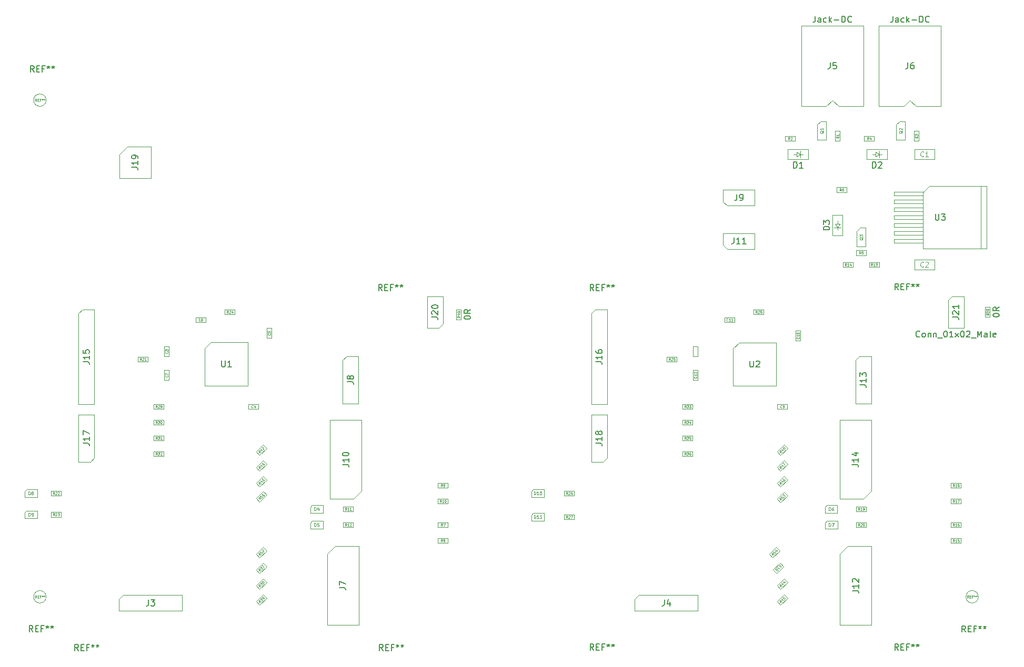
<source format=gbr>
G04 #@! TF.GenerationSoftware,KiCad,Pcbnew,5.0.2-bee76a0~70~ubuntu18.04.1*
G04 #@! TF.CreationDate,2019-05-15T21:37:28+02:00*
G04 #@! TF.ProjectId,networkScanner,6e657477-6f72-46b5-9363-616e6e65722e,rev?*
G04 #@! TF.SameCoordinates,Original*
G04 #@! TF.FileFunction,Other,Fab,Top*
%FSLAX46Y46*%
G04 Gerber Fmt 4.6, Leading zero omitted, Abs format (unit mm)*
G04 Created by KiCad (PCBNEW 5.0.2-bee76a0~70~ubuntu18.04.1) date Mi 15 Mai 2019 21:37:28 CEST*
%MOMM*%
%LPD*%
G01*
G04 APERTURE LIST*
%ADD10C,0.100000*%
%ADD11C,0.150000*%
%ADD12C,0.060000*%
%ADD13C,0.075000*%
%ADD14C,0.120000*%
%ADD15C,0.080000*%
G04 APERTURE END LIST*
D10*
G04 #@! TO.C,REF\002A\002A*
X206000000Y-140000000D02*
G75*
G03X206000000Y-140000000I-1000000J0D01*
G01*
X56000000Y-60000000D02*
G75*
G03X56000000Y-60000000I-1000000J0D01*
G01*
G04 #@! TO.C,U1*
X82500000Y-99000000D02*
X88500000Y-99000000D01*
X88500000Y-99000000D02*
X88500000Y-106000000D01*
X88500000Y-106000000D02*
X81500000Y-106000000D01*
X81500000Y-106000000D02*
X81500000Y-100000000D01*
X81500000Y-100000000D02*
X82500000Y-99000000D01*
G04 #@! TO.C,U2*
X167500000Y-99040000D02*
X173500000Y-99040000D01*
X173500000Y-99040000D02*
X173500000Y-106040000D01*
X173500000Y-106040000D02*
X166500000Y-106040000D01*
X166500000Y-106040000D02*
X166500000Y-100040000D01*
X166500000Y-100040000D02*
X167500000Y-99040000D01*
G04 #@! TO.C,J3*
X67730000Y-142270000D02*
X67730000Y-140365000D01*
X67730000Y-140365000D02*
X68365000Y-139730000D01*
X68365000Y-139730000D02*
X77890000Y-139730000D01*
X77890000Y-139730000D02*
X77890000Y-142270000D01*
X77890000Y-142270000D02*
X67730000Y-142270000D01*
G04 #@! TO.C,J4*
X160890000Y-142270000D02*
X150730000Y-142270000D01*
X160890000Y-139730000D02*
X160890000Y-142270000D01*
X151365000Y-139730000D02*
X160890000Y-139730000D01*
X150730000Y-140365000D02*
X151365000Y-139730000D01*
X150730000Y-142270000D02*
X150730000Y-140365000D01*
G04 #@! TO.C,J5*
X187500000Y-61000000D02*
X183500000Y-61000000D01*
X183500000Y-61000000D02*
X182500000Y-60000000D01*
X182500000Y-60000000D02*
X181500000Y-61000000D01*
X181500000Y-61000000D02*
X177500000Y-61000000D01*
X177500000Y-61000000D02*
X177500000Y-48000000D01*
X177500000Y-48000000D02*
X187500000Y-48000000D01*
X187500000Y-48000000D02*
X187500000Y-61000000D01*
G04 #@! TO.C,J6*
X200000000Y-48000000D02*
X200000000Y-61000000D01*
X190000000Y-48000000D02*
X200000000Y-48000000D01*
X190000000Y-61000000D02*
X190000000Y-48000000D01*
X194000000Y-61000000D02*
X190000000Y-61000000D01*
X195000000Y-60000000D02*
X194000000Y-61000000D01*
X196000000Y-61000000D02*
X195000000Y-60000000D01*
X200000000Y-61000000D02*
X196000000Y-61000000D01*
G04 #@! TO.C,U3*
X206360000Y-73880000D02*
X207360000Y-73880000D01*
X207360000Y-73880000D02*
X207360000Y-83880000D01*
X207360000Y-83880000D02*
X206360000Y-83880000D01*
X206360000Y-73880000D02*
X206360000Y-83880000D01*
X206360000Y-83880000D02*
X197110000Y-83880000D01*
X197110000Y-83880000D02*
X197110000Y-74880000D01*
X197110000Y-74880000D02*
X198110000Y-73880000D01*
X198110000Y-73880000D02*
X206360000Y-73880000D01*
X197220000Y-74770000D02*
X192410000Y-74770000D01*
X192410000Y-74770000D02*
X192410000Y-75370000D01*
X192410000Y-75370000D02*
X197110000Y-75370000D01*
X197110000Y-76040000D02*
X192410000Y-76040000D01*
X192410000Y-76040000D02*
X192410000Y-76640000D01*
X192410000Y-76640000D02*
X197110000Y-76640000D01*
X197110000Y-77310000D02*
X192410000Y-77310000D01*
X192410000Y-77310000D02*
X192410000Y-77910000D01*
X192410000Y-77910000D02*
X197110000Y-77910000D01*
X197110000Y-78580000D02*
X192410000Y-78580000D01*
X192410000Y-78580000D02*
X192410000Y-79180000D01*
X192410000Y-79180000D02*
X197110000Y-79180000D01*
X197110000Y-79850000D02*
X192410000Y-79850000D01*
X192410000Y-79850000D02*
X192410000Y-80450000D01*
X192410000Y-80450000D02*
X197110000Y-80450000D01*
X197110000Y-81120000D02*
X192410000Y-81120000D01*
X192410000Y-81120000D02*
X192410000Y-81720000D01*
X192410000Y-81720000D02*
X197110000Y-81720000D01*
X197110000Y-82390000D02*
X192410000Y-82390000D01*
X192410000Y-82390000D02*
X192410000Y-82990000D01*
X192410000Y-82990000D02*
X197110000Y-82990000D01*
G04 #@! TO.C,D1*
X175350000Y-69520000D02*
X175350000Y-67920000D01*
X175350000Y-67920000D02*
X178650000Y-67920000D01*
X178650000Y-67920000D02*
X178650000Y-69520000D01*
X178650000Y-69520000D02*
X175350000Y-69520000D01*
X176750000Y-68720000D02*
X176250000Y-68720000D01*
X176750000Y-68320000D02*
X177350000Y-68720000D01*
X176750000Y-69120000D02*
X176750000Y-68320000D01*
X177350000Y-68720000D02*
X176750000Y-69120000D01*
X177350000Y-68720000D02*
X177350000Y-68170000D01*
X177350000Y-68720000D02*
X177350000Y-69270000D01*
X177750000Y-68720000D02*
X177350000Y-68720000D01*
G04 #@! TO.C,D2*
X190450000Y-68720000D02*
X190050000Y-68720000D01*
X190050000Y-68720000D02*
X190050000Y-69270000D01*
X190050000Y-68720000D02*
X190050000Y-68170000D01*
X190050000Y-68720000D02*
X189450000Y-69120000D01*
X189450000Y-69120000D02*
X189450000Y-68320000D01*
X189450000Y-68320000D02*
X190050000Y-68720000D01*
X189450000Y-68720000D02*
X188950000Y-68720000D01*
X191350000Y-69520000D02*
X188050000Y-69520000D01*
X191350000Y-67920000D02*
X191350000Y-69520000D01*
X188050000Y-67920000D02*
X191350000Y-67920000D01*
X188050000Y-69520000D02*
X188050000Y-67920000D01*
G04 #@! TO.C,D3*
X182550000Y-78500000D02*
X184150000Y-78500000D01*
X184150000Y-78500000D02*
X184150000Y-81800000D01*
X184150000Y-81800000D02*
X182550000Y-81800000D01*
X182550000Y-81800000D02*
X182550000Y-78500000D01*
X183350000Y-79900000D02*
X183350000Y-79400000D01*
X183750000Y-79900000D02*
X183350000Y-80500000D01*
X182950000Y-79900000D02*
X183750000Y-79900000D01*
X183350000Y-80500000D02*
X182950000Y-79900000D01*
X183350000Y-80500000D02*
X183900000Y-80500000D01*
X183350000Y-80500000D02*
X182800000Y-80500000D01*
X183350000Y-80900000D02*
X183350000Y-80500000D01*
G04 #@! TO.C,Q1*
X180110000Y-63960000D02*
X180110000Y-66410000D01*
X180660000Y-63390000D02*
X181510000Y-63390000D01*
X180110000Y-63960000D02*
X180660000Y-63390000D01*
X181510000Y-63390000D02*
X181510000Y-66430000D01*
X180110000Y-66430000D02*
X181510000Y-66430000D01*
G04 #@! TO.C,Q2*
X192810000Y-63960000D02*
X192810000Y-66410000D01*
X193360000Y-63390000D02*
X194210000Y-63390000D01*
X192810000Y-63960000D02*
X193360000Y-63390000D01*
X194210000Y-63390000D02*
X194210000Y-66430000D01*
X192810000Y-66430000D02*
X194210000Y-66430000D01*
G04 #@! TO.C,Q3*
X186460000Y-83575000D02*
X187860000Y-83575000D01*
X187860000Y-80535000D02*
X187860000Y-83575000D01*
X186460000Y-81105000D02*
X187010000Y-80535000D01*
X187010000Y-80535000D02*
X187860000Y-80535000D01*
X186460000Y-81105000D02*
X186460000Y-83555000D01*
G04 #@! TO.C,R1*
X183750000Y-64985000D02*
X183750000Y-66585000D01*
X182950000Y-64985000D02*
X183750000Y-64985000D01*
X182950000Y-66585000D02*
X182950000Y-64985000D01*
X183750000Y-66585000D02*
X182950000Y-66585000D01*
G04 #@! TO.C,R2*
X176530000Y-66580000D02*
X174930000Y-66580000D01*
X176530000Y-65780000D02*
X176530000Y-66580000D01*
X174930000Y-65780000D02*
X176530000Y-65780000D01*
X174930000Y-66580000D02*
X174930000Y-65780000D01*
G04 #@! TO.C,R3*
X196450000Y-66585000D02*
X195650000Y-66585000D01*
X195650000Y-66585000D02*
X195650000Y-64985000D01*
X195650000Y-64985000D02*
X196450000Y-64985000D01*
X196450000Y-64985000D02*
X196450000Y-66585000D01*
G04 #@! TO.C,R4*
X187630000Y-66580000D02*
X187630000Y-65780000D01*
X187630000Y-65780000D02*
X189230000Y-65780000D01*
X189230000Y-65780000D02*
X189230000Y-66580000D01*
X189230000Y-66580000D02*
X187630000Y-66580000D01*
G04 #@! TO.C,R5*
X186360000Y-84995000D02*
X186360000Y-84195000D01*
X186360000Y-84195000D02*
X187960000Y-84195000D01*
X187960000Y-84195000D02*
X187960000Y-84995000D01*
X187960000Y-84995000D02*
X186360000Y-84995000D01*
G04 #@! TO.C,R6*
X184785000Y-74835000D02*
X183185000Y-74835000D01*
X184785000Y-74035000D02*
X184785000Y-74835000D01*
X183185000Y-74035000D02*
X184785000Y-74035000D01*
X183185000Y-74835000D02*
X183185000Y-74035000D01*
G04 #@! TO.C,REF\002A\002A*
X56000000Y-140000000D02*
G75*
G03X56000000Y-140000000I-1000000J0D01*
G01*
G04 #@! TO.C,C1*
X198920000Y-69520000D02*
X195720000Y-69520000D01*
X198920000Y-67920000D02*
X198920000Y-69520000D01*
X195720000Y-67920000D02*
X198920000Y-67920000D01*
X195720000Y-69520000D02*
X195720000Y-67920000D01*
G04 #@! TO.C,C2*
X195720000Y-87300000D02*
X195720000Y-85700000D01*
X195720000Y-85700000D02*
X198920000Y-85700000D01*
X198920000Y-85700000D02*
X198920000Y-87300000D01*
X198920000Y-87300000D02*
X195720000Y-87300000D01*
G04 #@! TO.C,C3*
X75000000Y-101270000D02*
X75000000Y-99670000D01*
X75800000Y-101270000D02*
X75000000Y-101270000D01*
X75800000Y-99670000D02*
X75800000Y-101270000D01*
X75000000Y-99670000D02*
X75800000Y-99670000D01*
G04 #@! TO.C,C4*
X88570000Y-109760000D02*
X88570000Y-108960000D01*
X88570000Y-108960000D02*
X90170000Y-108960000D01*
X90170000Y-108960000D02*
X90170000Y-109760000D01*
X90170000Y-109760000D02*
X88570000Y-109760000D01*
G04 #@! TO.C,C5*
X92310000Y-96735000D02*
X92310000Y-98335000D01*
X91510000Y-96735000D02*
X92310000Y-96735000D01*
X91510000Y-98335000D02*
X91510000Y-96735000D01*
X92310000Y-98335000D02*
X91510000Y-98335000D01*
G04 #@! TO.C,C6*
X80061000Y-94990000D02*
X81661000Y-94990000D01*
X80061000Y-95790000D02*
X80061000Y-94990000D01*
X81661000Y-95790000D02*
X80061000Y-95790000D01*
X81661000Y-94990000D02*
X81661000Y-95790000D01*
G04 #@! TO.C,C7*
X75000000Y-103480000D02*
X75800000Y-103480000D01*
X75800000Y-103480000D02*
X75800000Y-105080000D01*
X75800000Y-105080000D02*
X75000000Y-105080000D01*
X75000000Y-105080000D02*
X75000000Y-103480000D01*
G04 #@! TO.C,C8*
X160090000Y-101270000D02*
X160090000Y-99670000D01*
X160890000Y-101270000D02*
X160090000Y-101270000D01*
X160890000Y-99670000D02*
X160890000Y-101270000D01*
X160090000Y-99670000D02*
X160890000Y-99670000D01*
G04 #@! TO.C,C9*
X175260000Y-109760000D02*
X173660000Y-109760000D01*
X175260000Y-108960000D02*
X175260000Y-109760000D01*
X173660000Y-108960000D02*
X175260000Y-108960000D01*
X173660000Y-109760000D02*
X173660000Y-108960000D01*
G04 #@! TO.C,C10*
X177400000Y-98730000D02*
X176600000Y-98730000D01*
X176600000Y-98730000D02*
X176600000Y-97130000D01*
X176600000Y-97130000D02*
X177400000Y-97130000D01*
X177400000Y-97130000D02*
X177400000Y-98730000D01*
G04 #@! TO.C,C11*
X165165000Y-94990000D02*
X166765000Y-94990000D01*
X165165000Y-95790000D02*
X165165000Y-94990000D01*
X166765000Y-95790000D02*
X165165000Y-95790000D01*
X166765000Y-94990000D02*
X166765000Y-95790000D01*
G04 #@! TO.C,C12*
X160090000Y-103480000D02*
X160890000Y-103480000D01*
X160890000Y-103480000D02*
X160890000Y-105080000D01*
X160890000Y-105080000D02*
X160090000Y-105080000D01*
X160090000Y-105080000D02*
X160090000Y-103480000D01*
G04 #@! TO.C,D4*
X100530000Y-126470000D02*
X100530000Y-125270000D01*
X98530000Y-126470000D02*
X100530000Y-126470000D01*
X98530000Y-125570000D02*
X98530000Y-126470000D01*
X98830000Y-125270000D02*
X98530000Y-125570000D01*
X100530000Y-125270000D02*
X98830000Y-125270000D01*
G04 #@! TO.C,D5*
X100530000Y-127810000D02*
X98830000Y-127810000D01*
X98830000Y-127810000D02*
X98530000Y-128110000D01*
X98530000Y-128110000D02*
X98530000Y-129010000D01*
X98530000Y-129010000D02*
X100530000Y-129010000D01*
X100530000Y-129010000D02*
X100530000Y-127810000D01*
G04 #@! TO.C,D6*
X183325000Y-125270000D02*
X181625000Y-125270000D01*
X181625000Y-125270000D02*
X181325000Y-125570000D01*
X181325000Y-125570000D02*
X181325000Y-126470000D01*
X181325000Y-126470000D02*
X183325000Y-126470000D01*
X183325000Y-126470000D02*
X183325000Y-125270000D01*
G04 #@! TO.C,D7*
X183334000Y-129010000D02*
X183334000Y-127810000D01*
X181334000Y-129010000D02*
X183334000Y-129010000D01*
X181334000Y-128110000D02*
X181334000Y-129010000D01*
X181634000Y-127810000D02*
X181334000Y-128110000D01*
X183334000Y-127810000D02*
X181634000Y-127810000D01*
G04 #@! TO.C,D8*
X54565000Y-123930000D02*
X54565000Y-122730000D01*
X52565000Y-123930000D02*
X54565000Y-123930000D01*
X52565000Y-123030000D02*
X52565000Y-123930000D01*
X52865000Y-122730000D02*
X52565000Y-123030000D01*
X54565000Y-122730000D02*
X52865000Y-122730000D01*
G04 #@! TO.C,D9*
X54556000Y-126159000D02*
X52856000Y-126159000D01*
X52856000Y-126159000D02*
X52556000Y-126459000D01*
X52556000Y-126459000D02*
X52556000Y-127359000D01*
X52556000Y-127359000D02*
X54556000Y-127359000D01*
X54556000Y-127359000D02*
X54556000Y-126159000D01*
G04 #@! TO.C,D10*
X136090000Y-123930000D02*
X136090000Y-122730000D01*
X134090000Y-123930000D02*
X136090000Y-123930000D01*
X134090000Y-123030000D02*
X134090000Y-123930000D01*
X134390000Y-122730000D02*
X134090000Y-123030000D01*
X136090000Y-122730000D02*
X134390000Y-122730000D01*
G04 #@! TO.C,D11*
X136090000Y-126540000D02*
X134390000Y-126540000D01*
X134390000Y-126540000D02*
X134090000Y-126840000D01*
X134090000Y-126840000D02*
X134090000Y-127740000D01*
X134090000Y-127740000D02*
X136090000Y-127740000D01*
X136090000Y-127740000D02*
X136090000Y-126540000D01*
G04 #@! TO.C,J8*
X104365000Y-101230000D02*
X106270000Y-101230000D01*
X106270000Y-101230000D02*
X106270000Y-108850000D01*
X106270000Y-108850000D02*
X103730000Y-108850000D01*
X103730000Y-108850000D02*
X103730000Y-101865000D01*
X103730000Y-101865000D02*
X104365000Y-101230000D01*
G04 #@! TO.C,J9*
X164935000Y-76340000D02*
X164935000Y-74435000D01*
X164935000Y-74435000D02*
X170015000Y-74435000D01*
X170015000Y-74435000D02*
X170015000Y-76975000D01*
X170015000Y-76975000D02*
X165570000Y-76975000D01*
X165570000Y-76975000D02*
X164935000Y-76340000D01*
G04 #@! TO.C,J11*
X165570000Y-83960000D02*
X164935000Y-83325000D01*
X170015000Y-83960000D02*
X165570000Y-83960000D01*
X170015000Y-81420000D02*
X170015000Y-83960000D01*
X164935000Y-81420000D02*
X170015000Y-81420000D01*
X164935000Y-83325000D02*
X164935000Y-81420000D01*
G04 #@! TO.C,J13*
X186865000Y-101230000D02*
X188770000Y-101230000D01*
X188770000Y-101230000D02*
X188770000Y-108850000D01*
X188770000Y-108850000D02*
X186230000Y-108850000D01*
X186230000Y-108850000D02*
X186230000Y-101865000D01*
X186230000Y-101865000D02*
X186865000Y-101230000D01*
G04 #@! TO.C,J17*
X63770000Y-117615000D02*
X63135000Y-118250000D01*
X63770000Y-110630000D02*
X63770000Y-117615000D01*
X61230000Y-110630000D02*
X63770000Y-110630000D01*
X61230000Y-118250000D02*
X61230000Y-110630000D01*
X63135000Y-118250000D02*
X61230000Y-118250000D01*
G04 #@! TO.C,J18*
X146270000Y-117615000D02*
X145635000Y-118250000D01*
X146270000Y-110630000D02*
X146270000Y-117615000D01*
X143730000Y-110630000D02*
X146270000Y-110630000D01*
X143730000Y-118250000D02*
X143730000Y-110630000D01*
X145635000Y-118250000D02*
X143730000Y-118250000D01*
G04 #@! TO.C,R7*
X120650000Y-128810000D02*
X119050000Y-128810000D01*
X120650000Y-128010000D02*
X120650000Y-128810000D01*
X119050000Y-128010000D02*
X120650000Y-128010000D01*
X119050000Y-128810000D02*
X119050000Y-128010000D01*
G04 #@! TO.C,R8*
X120650000Y-131350000D02*
X119050000Y-131350000D01*
X120650000Y-130550000D02*
X120650000Y-131350000D01*
X119050000Y-130550000D02*
X120650000Y-130550000D01*
X119050000Y-131350000D02*
X119050000Y-130550000D01*
G04 #@! TO.C,R9*
X120650000Y-122460000D02*
X119050000Y-122460000D01*
X120650000Y-121660000D02*
X120650000Y-122460000D01*
X119050000Y-121660000D02*
X120650000Y-121660000D01*
X119050000Y-122460000D02*
X119050000Y-121660000D01*
G04 #@! TO.C,R10*
X119050000Y-125000000D02*
X119050000Y-124200000D01*
X119050000Y-124200000D02*
X120650000Y-124200000D01*
X120650000Y-124200000D02*
X120650000Y-125000000D01*
X120650000Y-125000000D02*
X119050000Y-125000000D01*
G04 #@! TO.C,R11*
X105410000Y-126270000D02*
X103810000Y-126270000D01*
X105410000Y-125470000D02*
X105410000Y-126270000D01*
X103810000Y-125470000D02*
X105410000Y-125470000D01*
X103810000Y-126270000D02*
X103810000Y-125470000D01*
G04 #@! TO.C,R12*
X103810000Y-128810000D02*
X103810000Y-128010000D01*
X103810000Y-128010000D02*
X105410000Y-128010000D01*
X105410000Y-128010000D02*
X105410000Y-128810000D01*
X105410000Y-128810000D02*
X103810000Y-128810000D01*
G04 #@! TO.C,R13*
X190020000Y-86100000D02*
X190020000Y-86900000D01*
X190020000Y-86900000D02*
X188420000Y-86900000D01*
X188420000Y-86900000D02*
X188420000Y-86100000D01*
X188420000Y-86100000D02*
X190020000Y-86100000D01*
G04 #@! TO.C,R14*
X184215000Y-86100000D02*
X185815000Y-86100000D01*
X184215000Y-86900000D02*
X184215000Y-86100000D01*
X185815000Y-86900000D02*
X184215000Y-86900000D01*
X185815000Y-86100000D02*
X185815000Y-86900000D01*
G04 #@! TO.C,R15*
X201600000Y-131350000D02*
X201600000Y-130550000D01*
X201600000Y-130550000D02*
X203200000Y-130550000D01*
X203200000Y-130550000D02*
X203200000Y-131350000D01*
X203200000Y-131350000D02*
X201600000Y-131350000D01*
G04 #@! TO.C,R16*
X201600000Y-128810000D02*
X201600000Y-128010000D01*
X201600000Y-128010000D02*
X203200000Y-128010000D01*
X203200000Y-128010000D02*
X203200000Y-128810000D01*
X203200000Y-128810000D02*
X201600000Y-128810000D01*
G04 #@! TO.C,R17*
X201600000Y-125000000D02*
X201600000Y-124200000D01*
X201600000Y-124200000D02*
X203200000Y-124200000D01*
X203200000Y-124200000D02*
X203200000Y-125000000D01*
X203200000Y-125000000D02*
X201600000Y-125000000D01*
G04 #@! TO.C,R18*
X203200000Y-122460000D02*
X201600000Y-122460000D01*
X203200000Y-121660000D02*
X203200000Y-122460000D01*
X201600000Y-121660000D02*
X203200000Y-121660000D01*
X201600000Y-122460000D02*
X201600000Y-121660000D01*
G04 #@! TO.C,R19*
X187960000Y-126270000D02*
X186360000Y-126270000D01*
X187960000Y-125470000D02*
X187960000Y-126270000D01*
X186360000Y-125470000D02*
X187960000Y-125470000D01*
X186360000Y-126270000D02*
X186360000Y-125470000D01*
G04 #@! TO.C,R20*
X186360000Y-128810000D02*
X186360000Y-128010000D01*
X186360000Y-128010000D02*
X187960000Y-128010000D01*
X187960000Y-128010000D02*
X187960000Y-128810000D01*
X187960000Y-128810000D02*
X186360000Y-128810000D01*
G04 #@! TO.C,R21*
X70790000Y-101340000D02*
X72390000Y-101340000D01*
X70790000Y-102140000D02*
X70790000Y-101340000D01*
X72390000Y-102140000D02*
X70790000Y-102140000D01*
X72390000Y-101340000D02*
X72390000Y-102140000D01*
G04 #@! TO.C,R22*
X58420000Y-123730000D02*
X56820000Y-123730000D01*
X58420000Y-122930000D02*
X58420000Y-123730000D01*
X56820000Y-122930000D02*
X58420000Y-122930000D01*
X56820000Y-123730000D02*
X56820000Y-122930000D01*
G04 #@! TO.C,R23*
X56820000Y-127159000D02*
X56820000Y-126359000D01*
X56820000Y-126359000D02*
X58420000Y-126359000D01*
X58420000Y-126359000D02*
X58420000Y-127159000D01*
X58420000Y-127159000D02*
X56820000Y-127159000D01*
G04 #@! TO.C,R24*
X84760000Y-94520000D02*
X84760000Y-93720000D01*
X84760000Y-93720000D02*
X86360000Y-93720000D01*
X86360000Y-93720000D02*
X86360000Y-94520000D01*
X86360000Y-94520000D02*
X84760000Y-94520000D01*
G04 #@! TO.C,R25*
X155880000Y-101340000D02*
X157480000Y-101340000D01*
X155880000Y-102140000D02*
X155880000Y-101340000D01*
X157480000Y-102140000D02*
X155880000Y-102140000D01*
X157480000Y-101340000D02*
X157480000Y-102140000D01*
G04 #@! TO.C,R26*
X140970000Y-123730000D02*
X139370000Y-123730000D01*
X140970000Y-122930000D02*
X140970000Y-123730000D01*
X139370000Y-122930000D02*
X140970000Y-122930000D01*
X139370000Y-123730000D02*
X139370000Y-122930000D01*
G04 #@! TO.C,R27*
X139370000Y-127540000D02*
X139370000Y-126740000D01*
X139370000Y-126740000D02*
X140970000Y-126740000D01*
X140970000Y-126740000D02*
X140970000Y-127540000D01*
X140970000Y-127540000D02*
X139370000Y-127540000D01*
G04 #@! TO.C,R28*
X169850000Y-94520000D02*
X169850000Y-93720000D01*
X169850000Y-93720000D02*
X171450000Y-93720000D01*
X171450000Y-93720000D02*
X171450000Y-94520000D01*
X171450000Y-94520000D02*
X169850000Y-94520000D01*
G04 #@! TO.C,R29*
X73330000Y-109760000D02*
X73330000Y-108960000D01*
X73330000Y-108960000D02*
X74930000Y-108960000D01*
X74930000Y-108960000D02*
X74930000Y-109760000D01*
X74930000Y-109760000D02*
X73330000Y-109760000D01*
G04 #@! TO.C,R30*
X74930000Y-112300000D02*
X73330000Y-112300000D01*
X74930000Y-111500000D02*
X74930000Y-112300000D01*
X73330000Y-111500000D02*
X74930000Y-111500000D01*
X73330000Y-112300000D02*
X73330000Y-111500000D01*
G04 #@! TO.C,R31*
X73330000Y-114840000D02*
X73330000Y-114040000D01*
X73330000Y-114040000D02*
X74930000Y-114040000D01*
X74930000Y-114040000D02*
X74930000Y-114840000D01*
X74930000Y-114840000D02*
X73330000Y-114840000D01*
G04 #@! TO.C,R32*
X74930000Y-117380000D02*
X73330000Y-117380000D01*
X74930000Y-116580000D02*
X74930000Y-117380000D01*
X73330000Y-116580000D02*
X74930000Y-116580000D01*
X73330000Y-117380000D02*
X73330000Y-116580000D01*
G04 #@! TO.C,R33*
X158420000Y-109760000D02*
X158420000Y-108960000D01*
X158420000Y-108960000D02*
X160020000Y-108960000D01*
X160020000Y-108960000D02*
X160020000Y-109760000D01*
X160020000Y-109760000D02*
X158420000Y-109760000D01*
G04 #@! TO.C,R34*
X160020000Y-112300000D02*
X158420000Y-112300000D01*
X160020000Y-111500000D02*
X160020000Y-112300000D01*
X158420000Y-111500000D02*
X160020000Y-111500000D01*
X158420000Y-112300000D02*
X158420000Y-111500000D01*
G04 #@! TO.C,R35*
X158420000Y-114840000D02*
X158420000Y-114040000D01*
X158420000Y-114040000D02*
X160020000Y-114040000D01*
X160020000Y-114040000D02*
X160020000Y-114840000D01*
X160020000Y-114840000D02*
X158420000Y-114840000D01*
G04 #@! TO.C,R36*
X160020000Y-117380000D02*
X158420000Y-117380000D01*
X160020000Y-116580000D02*
X160020000Y-117380000D01*
X158420000Y-116580000D02*
X160020000Y-116580000D01*
X158420000Y-117380000D02*
X158420000Y-116580000D01*
G04 #@! TO.C,J15*
X61865000Y-93730000D02*
X63770000Y-93730000D01*
X63770000Y-93730000D02*
X63770000Y-108970000D01*
X63770000Y-108970000D02*
X61230000Y-108970000D01*
X61230000Y-108970000D02*
X61230000Y-94365000D01*
X61230000Y-94365000D02*
X61865000Y-93730000D01*
G04 #@! TO.C,J16*
X143730000Y-94365000D02*
X144365000Y-93730000D01*
X143730000Y-108970000D02*
X143730000Y-94365000D01*
X146270000Y-108970000D02*
X143730000Y-108970000D01*
X146270000Y-93730000D02*
X146270000Y-108970000D01*
X144365000Y-93730000D02*
X146270000Y-93730000D01*
G04 #@! TO.C,R37*
X91488528Y-135112157D02*
X90357157Y-136243528D01*
X90922843Y-134546472D02*
X91488528Y-135112157D01*
X89791472Y-135677843D02*
X90922843Y-134546472D01*
X90357157Y-136243528D02*
X89791472Y-135677843D01*
G04 #@! TO.C,R38*
X91488528Y-137652157D02*
X90357157Y-138783528D01*
X90922843Y-137086472D02*
X91488528Y-137652157D01*
X89791472Y-138217843D02*
X90922843Y-137086472D01*
X90357157Y-138783528D02*
X89791472Y-138217843D01*
G04 #@! TO.C,R39*
X91488528Y-140192157D02*
X90357157Y-141323528D01*
X90922843Y-139626472D02*
X91488528Y-140192157D01*
X89791472Y-140757843D02*
X90922843Y-139626472D01*
X90357157Y-141323528D02*
X89791472Y-140757843D01*
G04 #@! TO.C,R40*
X90357157Y-122273528D02*
X89791472Y-121707843D01*
X89791472Y-121707843D02*
X90922843Y-120576472D01*
X90922843Y-120576472D02*
X91488528Y-121142157D01*
X91488528Y-121142157D02*
X90357157Y-122273528D01*
G04 #@! TO.C,R41*
X91488528Y-118602157D02*
X90357157Y-119733528D01*
X90922843Y-118036472D02*
X91488528Y-118602157D01*
X89791472Y-119167843D02*
X90922843Y-118036472D01*
X90357157Y-119733528D02*
X89791472Y-119167843D01*
G04 #@! TO.C,R42*
X90357157Y-117193528D02*
X89791472Y-116627843D01*
X89791472Y-116627843D02*
X90922843Y-115496472D01*
X90922843Y-115496472D02*
X91488528Y-116062157D01*
X91488528Y-116062157D02*
X90357157Y-117193528D01*
G04 #@! TO.C,R43*
X174673528Y-135112157D02*
X173542157Y-136243528D01*
X174107843Y-134546472D02*
X174673528Y-135112157D01*
X172976472Y-135677843D02*
X174107843Y-134546472D01*
X173542157Y-136243528D02*
X172976472Y-135677843D01*
G04 #@! TO.C,R44*
X174177157Y-138783528D02*
X173611472Y-138217843D01*
X173611472Y-138217843D02*
X174742843Y-137086472D01*
X174742843Y-137086472D02*
X175308528Y-137652157D01*
X175308528Y-137652157D02*
X174177157Y-138783528D01*
G04 #@! TO.C,R45*
X175308528Y-140192157D02*
X174177157Y-141323528D01*
X174742843Y-139626472D02*
X175308528Y-140192157D01*
X173611472Y-140757843D02*
X174742843Y-139626472D01*
X174177157Y-141323528D02*
X173611472Y-140757843D01*
G04 #@! TO.C,R46*
X174177157Y-122273528D02*
X173611472Y-121707843D01*
X173611472Y-121707843D02*
X174742843Y-120576472D01*
X174742843Y-120576472D02*
X175308528Y-121142157D01*
X175308528Y-121142157D02*
X174177157Y-122273528D01*
G04 #@! TO.C,R47*
X174177157Y-119733528D02*
X173611472Y-119167843D01*
X173611472Y-119167843D02*
X174742843Y-118036472D01*
X174742843Y-118036472D02*
X175308528Y-118602157D01*
X175308528Y-118602157D02*
X174177157Y-119733528D01*
G04 #@! TO.C,R48*
X174177157Y-117193528D02*
X173611472Y-116627843D01*
X173611472Y-116627843D02*
X174742843Y-115496472D01*
X174742843Y-115496472D02*
X175308528Y-116062157D01*
X175308528Y-116062157D02*
X174177157Y-117193528D01*
G04 #@! TO.C,J19*
X69050000Y-67450000D02*
X72860000Y-67450000D01*
X72860000Y-67450000D02*
X72860000Y-72530000D01*
X72860000Y-72530000D02*
X67780000Y-72530000D01*
X67780000Y-72530000D02*
X67780000Y-68720000D01*
X67780000Y-68720000D02*
X69050000Y-67450000D01*
G04 #@! TO.C,J20*
X119215000Y-96660000D02*
X117310000Y-96660000D01*
X117310000Y-96660000D02*
X117310000Y-91580000D01*
X117310000Y-91580000D02*
X119850000Y-91580000D01*
X119850000Y-91580000D02*
X119850000Y-96025000D01*
X119850000Y-96025000D02*
X119215000Y-96660000D01*
G04 #@! TO.C,J21*
X201130000Y-92215000D02*
X201765000Y-91580000D01*
X201130000Y-96660000D02*
X201130000Y-92215000D01*
X203670000Y-96660000D02*
X201130000Y-96660000D01*
X203670000Y-91580000D02*
X203670000Y-96660000D01*
X201765000Y-91580000D02*
X203670000Y-91580000D01*
G04 #@! TO.C,R49*
X122790000Y-95315000D02*
X121990000Y-95315000D01*
X121990000Y-95315000D02*
X121990000Y-93715000D01*
X121990000Y-93715000D02*
X122790000Y-93715000D01*
X122790000Y-93715000D02*
X122790000Y-95315000D01*
G04 #@! TO.C,R50*
X207880000Y-93320000D02*
X207880000Y-94920000D01*
X207080000Y-93320000D02*
X207880000Y-93320000D01*
X207080000Y-94920000D02*
X207080000Y-93320000D01*
X207880000Y-94920000D02*
X207080000Y-94920000D01*
G04 #@! TO.C,J7*
X101230000Y-133109000D02*
X102500000Y-131839000D01*
X101230000Y-144539000D02*
X101230000Y-133109000D01*
X106310000Y-144539000D02*
X101230000Y-144539000D01*
X106310000Y-131839000D02*
X106310000Y-144539000D01*
X102500000Y-131839000D02*
X106310000Y-131839000D01*
G04 #@! TO.C,J10*
X105499000Y-124219000D02*
X101689000Y-124219000D01*
X101689000Y-124219000D02*
X101689000Y-111519000D01*
X101689000Y-111519000D02*
X106769000Y-111519000D01*
X106769000Y-111519000D02*
X106769000Y-122949000D01*
X106769000Y-122949000D02*
X105499000Y-124219000D01*
G04 #@! TO.C,J12*
X185001000Y-131839000D02*
X188811000Y-131839000D01*
X188811000Y-131839000D02*
X188811000Y-144539000D01*
X188811000Y-144539000D02*
X183731000Y-144539000D01*
X183731000Y-144539000D02*
X183731000Y-133109000D01*
X183731000Y-133109000D02*
X185001000Y-131839000D01*
G04 #@! TO.C,J14*
X188770000Y-122949000D02*
X187500000Y-124219000D01*
X188770000Y-111519000D02*
X188770000Y-122949000D01*
X183690000Y-111519000D02*
X188770000Y-111519000D01*
X183690000Y-124219000D02*
X183690000Y-111519000D01*
X187500000Y-124219000D02*
X183690000Y-124219000D01*
G04 #@! TO.C,R51*
X91488528Y-123571439D02*
X90357157Y-124702810D01*
X90922843Y-123005754D02*
X91488528Y-123571439D01*
X89791472Y-124137125D02*
X90922843Y-123005754D01*
X90357157Y-124702810D02*
X89791472Y-124137125D01*
G04 #@! TO.C,R52*
X90357157Y-133703528D02*
X89791472Y-133137843D01*
X89791472Y-133137843D02*
X90922843Y-132006472D01*
X90922843Y-132006472D02*
X91488528Y-132572157D01*
X91488528Y-132572157D02*
X90357157Y-133703528D01*
G04 #@! TO.C,R53*
X174177157Y-124813528D02*
X173611472Y-124247843D01*
X173611472Y-124247843D02*
X174742843Y-123116472D01*
X174742843Y-123116472D02*
X175308528Y-123682157D01*
X175308528Y-123682157D02*
X174177157Y-124813528D01*
G04 #@! TO.C,R54*
X174038528Y-132572157D02*
X172907157Y-133703528D01*
X173472843Y-132006472D02*
X174038528Y-132572157D01*
X172341472Y-133137843D02*
X173472843Y-132006472D01*
X172907157Y-133703528D02*
X172341472Y-133137843D01*
G04 #@! TD*
G04 #@! TO.C,REF\002A\002A*
D11*
X144122666Y-90686380D02*
X143789333Y-90210190D01*
X143551238Y-90686380D02*
X143551238Y-89686380D01*
X143932190Y-89686380D01*
X144027428Y-89734000D01*
X144075047Y-89781619D01*
X144122666Y-89876857D01*
X144122666Y-90019714D01*
X144075047Y-90114952D01*
X144027428Y-90162571D01*
X143932190Y-90210190D01*
X143551238Y-90210190D01*
X144551238Y-90162571D02*
X144884571Y-90162571D01*
X145027428Y-90686380D02*
X144551238Y-90686380D01*
X144551238Y-89686380D01*
X145027428Y-89686380D01*
X145789333Y-90162571D02*
X145456000Y-90162571D01*
X145456000Y-90686380D02*
X145456000Y-89686380D01*
X145932190Y-89686380D01*
X146456000Y-89686380D02*
X146456000Y-89924476D01*
X146217904Y-89829238D02*
X146456000Y-89924476D01*
X146694095Y-89829238D01*
X146313142Y-90114952D02*
X146456000Y-89924476D01*
X146598857Y-90114952D01*
X147217904Y-89686380D02*
X147217904Y-89924476D01*
X146979809Y-89829238D02*
X147217904Y-89924476D01*
X147456000Y-89829238D01*
X147075047Y-90114952D02*
X147217904Y-89924476D01*
X147360761Y-90114952D01*
X193144666Y-148598380D02*
X192811333Y-148122190D01*
X192573238Y-148598380D02*
X192573238Y-147598380D01*
X192954190Y-147598380D01*
X193049428Y-147646000D01*
X193097047Y-147693619D01*
X193144666Y-147788857D01*
X193144666Y-147931714D01*
X193097047Y-148026952D01*
X193049428Y-148074571D01*
X192954190Y-148122190D01*
X192573238Y-148122190D01*
X193573238Y-148074571D02*
X193906571Y-148074571D01*
X194049428Y-148598380D02*
X193573238Y-148598380D01*
X193573238Y-147598380D01*
X194049428Y-147598380D01*
X194811333Y-148074571D02*
X194478000Y-148074571D01*
X194478000Y-148598380D02*
X194478000Y-147598380D01*
X194954190Y-147598380D01*
X195478000Y-147598380D02*
X195478000Y-147836476D01*
X195239904Y-147741238D02*
X195478000Y-147836476D01*
X195716095Y-147741238D01*
X195335142Y-148026952D02*
X195478000Y-147836476D01*
X195620857Y-148026952D01*
X196239904Y-147598380D02*
X196239904Y-147836476D01*
X196001809Y-147741238D02*
X196239904Y-147836476D01*
X196478000Y-147741238D01*
X196097047Y-148026952D02*
X196239904Y-147836476D01*
X196382761Y-148026952D01*
X144122666Y-148598380D02*
X143789333Y-148122190D01*
X143551238Y-148598380D02*
X143551238Y-147598380D01*
X143932190Y-147598380D01*
X144027428Y-147646000D01*
X144075047Y-147693619D01*
X144122666Y-147788857D01*
X144122666Y-147931714D01*
X144075047Y-148026952D01*
X144027428Y-148074571D01*
X143932190Y-148122190D01*
X143551238Y-148122190D01*
X144551238Y-148074571D02*
X144884571Y-148074571D01*
X145027428Y-148598380D02*
X144551238Y-148598380D01*
X144551238Y-147598380D01*
X145027428Y-147598380D01*
X145789333Y-148074571D02*
X145456000Y-148074571D01*
X145456000Y-148598380D02*
X145456000Y-147598380D01*
X145932190Y-147598380D01*
X146456000Y-147598380D02*
X146456000Y-147836476D01*
X146217904Y-147741238D02*
X146456000Y-147836476D01*
X146694095Y-147741238D01*
X146313142Y-148026952D02*
X146456000Y-147836476D01*
X146598857Y-148026952D01*
X147217904Y-147598380D02*
X147217904Y-147836476D01*
X146979809Y-147741238D02*
X147217904Y-147836476D01*
X147456000Y-147741238D01*
X147075047Y-148026952D02*
X147217904Y-147836476D01*
X147360761Y-148026952D01*
X193144666Y-90559380D02*
X192811333Y-90083190D01*
X192573238Y-90559380D02*
X192573238Y-89559380D01*
X192954190Y-89559380D01*
X193049428Y-89607000D01*
X193097047Y-89654619D01*
X193144666Y-89749857D01*
X193144666Y-89892714D01*
X193097047Y-89987952D01*
X193049428Y-90035571D01*
X192954190Y-90083190D01*
X192573238Y-90083190D01*
X193573238Y-90035571D02*
X193906571Y-90035571D01*
X194049428Y-90559380D02*
X193573238Y-90559380D01*
X193573238Y-89559380D01*
X194049428Y-89559380D01*
X194811333Y-90035571D02*
X194478000Y-90035571D01*
X194478000Y-90559380D02*
X194478000Y-89559380D01*
X194954190Y-89559380D01*
X195478000Y-89559380D02*
X195478000Y-89797476D01*
X195239904Y-89702238D02*
X195478000Y-89797476D01*
X195716095Y-89702238D01*
X195335142Y-89987952D02*
X195478000Y-89797476D01*
X195620857Y-89987952D01*
X196239904Y-89559380D02*
X196239904Y-89797476D01*
X196001809Y-89702238D02*
X196239904Y-89797476D01*
X196478000Y-89702238D01*
X196097047Y-89987952D02*
X196239904Y-89797476D01*
X196382761Y-89987952D01*
X203939666Y-145677380D02*
X203606333Y-145201190D01*
X203368238Y-145677380D02*
X203368238Y-144677380D01*
X203749190Y-144677380D01*
X203844428Y-144725000D01*
X203892047Y-144772619D01*
X203939666Y-144867857D01*
X203939666Y-145010714D01*
X203892047Y-145105952D01*
X203844428Y-145153571D01*
X203749190Y-145201190D01*
X203368238Y-145201190D01*
X204368238Y-145153571D02*
X204701571Y-145153571D01*
X204844428Y-145677380D02*
X204368238Y-145677380D01*
X204368238Y-144677380D01*
X204844428Y-144677380D01*
X205606333Y-145153571D02*
X205273000Y-145153571D01*
X205273000Y-145677380D02*
X205273000Y-144677380D01*
X205749190Y-144677380D01*
X206273000Y-144677380D02*
X206273000Y-144915476D01*
X206034904Y-144820238D02*
X206273000Y-144915476D01*
X206511095Y-144820238D01*
X206130142Y-145105952D02*
X206273000Y-144915476D01*
X206415857Y-145105952D01*
X207034904Y-144677380D02*
X207034904Y-144915476D01*
X206796809Y-144820238D02*
X207034904Y-144915476D01*
X207273000Y-144820238D01*
X206892047Y-145105952D02*
X207034904Y-144915476D01*
X207177761Y-145105952D01*
X110086666Y-90686380D02*
X109753333Y-90210190D01*
X109515238Y-90686380D02*
X109515238Y-89686380D01*
X109896190Y-89686380D01*
X109991428Y-89734000D01*
X110039047Y-89781619D01*
X110086666Y-89876857D01*
X110086666Y-90019714D01*
X110039047Y-90114952D01*
X109991428Y-90162571D01*
X109896190Y-90210190D01*
X109515238Y-90210190D01*
X110515238Y-90162571D02*
X110848571Y-90162571D01*
X110991428Y-90686380D02*
X110515238Y-90686380D01*
X110515238Y-89686380D01*
X110991428Y-89686380D01*
X111753333Y-90162571D02*
X111420000Y-90162571D01*
X111420000Y-90686380D02*
X111420000Y-89686380D01*
X111896190Y-89686380D01*
X112420000Y-89686380D02*
X112420000Y-89924476D01*
X112181904Y-89829238D02*
X112420000Y-89924476D01*
X112658095Y-89829238D01*
X112277142Y-90114952D02*
X112420000Y-89924476D01*
X112562857Y-90114952D01*
X113181904Y-89686380D02*
X113181904Y-89924476D01*
X112943809Y-89829238D02*
X113181904Y-89924476D01*
X113420000Y-89829238D01*
X113039047Y-90114952D02*
X113181904Y-89924476D01*
X113324761Y-90114952D01*
X110213666Y-148674380D02*
X109880333Y-148198190D01*
X109642238Y-148674380D02*
X109642238Y-147674380D01*
X110023190Y-147674380D01*
X110118428Y-147722000D01*
X110166047Y-147769619D01*
X110213666Y-147864857D01*
X110213666Y-148007714D01*
X110166047Y-148102952D01*
X110118428Y-148150571D01*
X110023190Y-148198190D01*
X109642238Y-148198190D01*
X110642238Y-148150571D02*
X110975571Y-148150571D01*
X111118428Y-148674380D02*
X110642238Y-148674380D01*
X110642238Y-147674380D01*
X111118428Y-147674380D01*
X111880333Y-148150571D02*
X111547000Y-148150571D01*
X111547000Y-148674380D02*
X111547000Y-147674380D01*
X112023190Y-147674380D01*
X112547000Y-147674380D02*
X112547000Y-147912476D01*
X112308904Y-147817238D02*
X112547000Y-147912476D01*
X112785095Y-147817238D01*
X112404142Y-148102952D02*
X112547000Y-147912476D01*
X112689857Y-148102952D01*
X113308904Y-147674380D02*
X113308904Y-147912476D01*
X113070809Y-147817238D02*
X113308904Y-147912476D01*
X113547000Y-147817238D01*
X113166047Y-148102952D02*
X113308904Y-147912476D01*
X113451761Y-148102952D01*
X61191666Y-148674380D02*
X60858333Y-148198190D01*
X60620238Y-148674380D02*
X60620238Y-147674380D01*
X61001190Y-147674380D01*
X61096428Y-147722000D01*
X61144047Y-147769619D01*
X61191666Y-147864857D01*
X61191666Y-148007714D01*
X61144047Y-148102952D01*
X61096428Y-148150571D01*
X61001190Y-148198190D01*
X60620238Y-148198190D01*
X61620238Y-148150571D02*
X61953571Y-148150571D01*
X62096428Y-148674380D02*
X61620238Y-148674380D01*
X61620238Y-147674380D01*
X62096428Y-147674380D01*
X62858333Y-148150571D02*
X62525000Y-148150571D01*
X62525000Y-148674380D02*
X62525000Y-147674380D01*
X63001190Y-147674380D01*
X63525000Y-147674380D02*
X63525000Y-147912476D01*
X63286904Y-147817238D02*
X63525000Y-147912476D01*
X63763095Y-147817238D01*
X63382142Y-148102952D02*
X63525000Y-147912476D01*
X63667857Y-148102952D01*
X64286904Y-147674380D02*
X64286904Y-147912476D01*
X64048809Y-147817238D02*
X64286904Y-147912476D01*
X64525000Y-147817238D01*
X64144047Y-148102952D02*
X64286904Y-147912476D01*
X64429761Y-148102952D01*
X53872666Y-145630380D02*
X53539333Y-145154190D01*
X53301238Y-145630380D02*
X53301238Y-144630380D01*
X53682190Y-144630380D01*
X53777428Y-144678000D01*
X53825047Y-144725619D01*
X53872666Y-144820857D01*
X53872666Y-144963714D01*
X53825047Y-145058952D01*
X53777428Y-145106571D01*
X53682190Y-145154190D01*
X53301238Y-145154190D01*
X54301238Y-145106571D02*
X54634571Y-145106571D01*
X54777428Y-145630380D02*
X54301238Y-145630380D01*
X54301238Y-144630380D01*
X54777428Y-144630380D01*
X55539333Y-145106571D02*
X55206000Y-145106571D01*
X55206000Y-145630380D02*
X55206000Y-144630380D01*
X55682190Y-144630380D01*
X56206000Y-144630380D02*
X56206000Y-144868476D01*
X55967904Y-144773238D02*
X56206000Y-144868476D01*
X56444095Y-144773238D01*
X56063142Y-145058952D02*
X56206000Y-144868476D01*
X56348857Y-145058952D01*
X56967904Y-144630380D02*
X56967904Y-144868476D01*
X56729809Y-144773238D02*
X56967904Y-144868476D01*
X57206000Y-144773238D01*
X56825047Y-145058952D02*
X56967904Y-144868476D01*
X57110761Y-145058952D01*
D12*
X204466666Y-140180952D02*
X204333333Y-139990476D01*
X204238095Y-140180952D02*
X204238095Y-139780952D01*
X204390476Y-139780952D01*
X204428571Y-139800000D01*
X204447619Y-139819047D01*
X204466666Y-139857142D01*
X204466666Y-139914285D01*
X204447619Y-139952380D01*
X204428571Y-139971428D01*
X204390476Y-139990476D01*
X204238095Y-139990476D01*
X204638095Y-139971428D02*
X204771428Y-139971428D01*
X204828571Y-140180952D02*
X204638095Y-140180952D01*
X204638095Y-139780952D01*
X204828571Y-139780952D01*
X205133333Y-139971428D02*
X205000000Y-139971428D01*
X205000000Y-140180952D02*
X205000000Y-139780952D01*
X205190476Y-139780952D01*
X205400000Y-139780952D02*
X205400000Y-139876190D01*
X205304761Y-139838095D02*
X205400000Y-139876190D01*
X205495238Y-139838095D01*
X205342857Y-139952380D02*
X205400000Y-139876190D01*
X205457142Y-139952380D01*
X205704761Y-139780952D02*
X205704761Y-139876190D01*
X205609523Y-139838095D02*
X205704761Y-139876190D01*
X205800000Y-139838095D01*
X205647619Y-139952380D02*
X205704761Y-139876190D01*
X205761904Y-139952380D01*
X54466666Y-60180952D02*
X54333333Y-59990476D01*
X54238095Y-60180952D02*
X54238095Y-59780952D01*
X54390476Y-59780952D01*
X54428571Y-59800000D01*
X54447619Y-59819047D01*
X54466666Y-59857142D01*
X54466666Y-59914285D01*
X54447619Y-59952380D01*
X54428571Y-59971428D01*
X54390476Y-59990476D01*
X54238095Y-59990476D01*
X54638095Y-59971428D02*
X54771428Y-59971428D01*
X54828571Y-60180952D02*
X54638095Y-60180952D01*
X54638095Y-59780952D01*
X54828571Y-59780952D01*
X55133333Y-59971428D02*
X55000000Y-59971428D01*
X55000000Y-60180952D02*
X55000000Y-59780952D01*
X55190476Y-59780952D01*
X55400000Y-59780952D02*
X55400000Y-59876190D01*
X55304761Y-59838095D02*
X55400000Y-59876190D01*
X55495238Y-59838095D01*
X55342857Y-59952380D02*
X55400000Y-59876190D01*
X55457142Y-59952380D01*
X55704761Y-59780952D02*
X55704761Y-59876190D01*
X55609523Y-59838095D02*
X55704761Y-59876190D01*
X55800000Y-59838095D01*
X55647619Y-59952380D02*
X55704761Y-59876190D01*
X55761904Y-59952380D01*
G04 #@! TO.C,U1*
D11*
X84238095Y-101952380D02*
X84238095Y-102761904D01*
X84285714Y-102857142D01*
X84333333Y-102904761D01*
X84428571Y-102952380D01*
X84619047Y-102952380D01*
X84714285Y-102904761D01*
X84761904Y-102857142D01*
X84809523Y-102761904D01*
X84809523Y-101952380D01*
X85809523Y-102952380D02*
X85238095Y-102952380D01*
X85523809Y-102952380D02*
X85523809Y-101952380D01*
X85428571Y-102095238D01*
X85333333Y-102190476D01*
X85238095Y-102238095D01*
G04 #@! TO.C,U2*
X169238095Y-101992380D02*
X169238095Y-102801904D01*
X169285714Y-102897142D01*
X169333333Y-102944761D01*
X169428571Y-102992380D01*
X169619047Y-102992380D01*
X169714285Y-102944761D01*
X169761904Y-102897142D01*
X169809523Y-102801904D01*
X169809523Y-101992380D01*
X170238095Y-102087619D02*
X170285714Y-102040000D01*
X170380952Y-101992380D01*
X170619047Y-101992380D01*
X170714285Y-102040000D01*
X170761904Y-102087619D01*
X170809523Y-102182857D01*
X170809523Y-102278095D01*
X170761904Y-102420952D01*
X170190476Y-102992380D01*
X170809523Y-102992380D01*
G04 #@! TO.C,J3*
X72476666Y-140452380D02*
X72476666Y-141166666D01*
X72429047Y-141309523D01*
X72333809Y-141404761D01*
X72190952Y-141452380D01*
X72095714Y-141452380D01*
X72857619Y-140452380D02*
X73476666Y-140452380D01*
X73143333Y-140833333D01*
X73286190Y-140833333D01*
X73381428Y-140880952D01*
X73429047Y-140928571D01*
X73476666Y-141023809D01*
X73476666Y-141261904D01*
X73429047Y-141357142D01*
X73381428Y-141404761D01*
X73286190Y-141452380D01*
X73000476Y-141452380D01*
X72905238Y-141404761D01*
X72857619Y-141357142D01*
G04 #@! TO.C,J4*
X155476666Y-140452380D02*
X155476666Y-141166666D01*
X155429047Y-141309523D01*
X155333809Y-141404761D01*
X155190952Y-141452380D01*
X155095714Y-141452380D01*
X156381428Y-140785714D02*
X156381428Y-141452380D01*
X156143333Y-140404761D02*
X155905238Y-141119047D01*
X156524285Y-141119047D01*
G04 #@! TO.C,J5*
X179738095Y-46452380D02*
X179738095Y-47166666D01*
X179690476Y-47309523D01*
X179595238Y-47404761D01*
X179452380Y-47452380D01*
X179357142Y-47452380D01*
X180642857Y-47452380D02*
X180642857Y-46928571D01*
X180595238Y-46833333D01*
X180500000Y-46785714D01*
X180309523Y-46785714D01*
X180214285Y-46833333D01*
X180642857Y-47404761D02*
X180547619Y-47452380D01*
X180309523Y-47452380D01*
X180214285Y-47404761D01*
X180166666Y-47309523D01*
X180166666Y-47214285D01*
X180214285Y-47119047D01*
X180309523Y-47071428D01*
X180547619Y-47071428D01*
X180642857Y-47023809D01*
X181547619Y-47404761D02*
X181452380Y-47452380D01*
X181261904Y-47452380D01*
X181166666Y-47404761D01*
X181119047Y-47357142D01*
X181071428Y-47261904D01*
X181071428Y-46976190D01*
X181119047Y-46880952D01*
X181166666Y-46833333D01*
X181261904Y-46785714D01*
X181452380Y-46785714D01*
X181547619Y-46833333D01*
X181976190Y-47452380D02*
X181976190Y-46452380D01*
X182071428Y-47071428D02*
X182357142Y-47452380D01*
X182357142Y-46785714D02*
X181976190Y-47166666D01*
X182785714Y-47071428D02*
X183547619Y-47071428D01*
X184023809Y-47452380D02*
X184023809Y-46452380D01*
X184261904Y-46452380D01*
X184404761Y-46500000D01*
X184500000Y-46595238D01*
X184547619Y-46690476D01*
X184595238Y-46880952D01*
X184595238Y-47023809D01*
X184547619Y-47214285D01*
X184500000Y-47309523D01*
X184404761Y-47404761D01*
X184261904Y-47452380D01*
X184023809Y-47452380D01*
X185595238Y-47357142D02*
X185547619Y-47404761D01*
X185404761Y-47452380D01*
X185309523Y-47452380D01*
X185166666Y-47404761D01*
X185071428Y-47309523D01*
X185023809Y-47214285D01*
X184976190Y-47023809D01*
X184976190Y-46880952D01*
X185023809Y-46690476D01*
X185071428Y-46595238D01*
X185166666Y-46500000D01*
X185309523Y-46452380D01*
X185404761Y-46452380D01*
X185547619Y-46500000D01*
X185595238Y-46547619D01*
X182166666Y-53952380D02*
X182166666Y-54666666D01*
X182119047Y-54809523D01*
X182023809Y-54904761D01*
X181880952Y-54952380D01*
X181785714Y-54952380D01*
X183119047Y-53952380D02*
X182642857Y-53952380D01*
X182595238Y-54428571D01*
X182642857Y-54380952D01*
X182738095Y-54333333D01*
X182976190Y-54333333D01*
X183071428Y-54380952D01*
X183119047Y-54428571D01*
X183166666Y-54523809D01*
X183166666Y-54761904D01*
X183119047Y-54857142D01*
X183071428Y-54904761D01*
X182976190Y-54952380D01*
X182738095Y-54952380D01*
X182642857Y-54904761D01*
X182595238Y-54857142D01*
G04 #@! TO.C,J6*
X192238095Y-46452380D02*
X192238095Y-47166666D01*
X192190476Y-47309523D01*
X192095238Y-47404761D01*
X191952380Y-47452380D01*
X191857142Y-47452380D01*
X193142857Y-47452380D02*
X193142857Y-46928571D01*
X193095238Y-46833333D01*
X193000000Y-46785714D01*
X192809523Y-46785714D01*
X192714285Y-46833333D01*
X193142857Y-47404761D02*
X193047619Y-47452380D01*
X192809523Y-47452380D01*
X192714285Y-47404761D01*
X192666666Y-47309523D01*
X192666666Y-47214285D01*
X192714285Y-47119047D01*
X192809523Y-47071428D01*
X193047619Y-47071428D01*
X193142857Y-47023809D01*
X194047619Y-47404761D02*
X193952380Y-47452380D01*
X193761904Y-47452380D01*
X193666666Y-47404761D01*
X193619047Y-47357142D01*
X193571428Y-47261904D01*
X193571428Y-46976190D01*
X193619047Y-46880952D01*
X193666666Y-46833333D01*
X193761904Y-46785714D01*
X193952380Y-46785714D01*
X194047619Y-46833333D01*
X194476190Y-47452380D02*
X194476190Y-46452380D01*
X194571428Y-47071428D02*
X194857142Y-47452380D01*
X194857142Y-46785714D02*
X194476190Y-47166666D01*
X195285714Y-47071428D02*
X196047619Y-47071428D01*
X196523809Y-47452380D02*
X196523809Y-46452380D01*
X196761904Y-46452380D01*
X196904761Y-46500000D01*
X197000000Y-46595238D01*
X197047619Y-46690476D01*
X197095238Y-46880952D01*
X197095238Y-47023809D01*
X197047619Y-47214285D01*
X197000000Y-47309523D01*
X196904761Y-47404761D01*
X196761904Y-47452380D01*
X196523809Y-47452380D01*
X198095238Y-47357142D02*
X198047619Y-47404761D01*
X197904761Y-47452380D01*
X197809523Y-47452380D01*
X197666666Y-47404761D01*
X197571428Y-47309523D01*
X197523809Y-47214285D01*
X197476190Y-47023809D01*
X197476190Y-46880952D01*
X197523809Y-46690476D01*
X197571428Y-46595238D01*
X197666666Y-46500000D01*
X197809523Y-46452380D01*
X197904761Y-46452380D01*
X198047619Y-46500000D01*
X198095238Y-46547619D01*
X194666666Y-53952380D02*
X194666666Y-54666666D01*
X194619047Y-54809523D01*
X194523809Y-54904761D01*
X194380952Y-54952380D01*
X194285714Y-54952380D01*
X195571428Y-53952380D02*
X195380952Y-53952380D01*
X195285714Y-54000000D01*
X195238095Y-54047619D01*
X195142857Y-54190476D01*
X195095238Y-54380952D01*
X195095238Y-54761904D01*
X195142857Y-54857142D01*
X195190476Y-54904761D01*
X195285714Y-54952380D01*
X195476190Y-54952380D01*
X195571428Y-54904761D01*
X195619047Y-54857142D01*
X195666666Y-54761904D01*
X195666666Y-54523809D01*
X195619047Y-54428571D01*
X195571428Y-54380952D01*
X195476190Y-54333333D01*
X195285714Y-54333333D01*
X195190476Y-54380952D01*
X195142857Y-54428571D01*
X195095238Y-54523809D01*
G04 #@! TO.C,U3*
X199098095Y-78332380D02*
X199098095Y-79141904D01*
X199145714Y-79237142D01*
X199193333Y-79284761D01*
X199288571Y-79332380D01*
X199479047Y-79332380D01*
X199574285Y-79284761D01*
X199621904Y-79237142D01*
X199669523Y-79141904D01*
X199669523Y-78332380D01*
X200050476Y-78332380D02*
X200669523Y-78332380D01*
X200336190Y-78713333D01*
X200479047Y-78713333D01*
X200574285Y-78760952D01*
X200621904Y-78808571D01*
X200669523Y-78903809D01*
X200669523Y-79141904D01*
X200621904Y-79237142D01*
X200574285Y-79284761D01*
X200479047Y-79332380D01*
X200193333Y-79332380D01*
X200098095Y-79284761D01*
X200050476Y-79237142D01*
G04 #@! TO.C,D1*
X176261904Y-70922380D02*
X176261904Y-69922380D01*
X176500000Y-69922380D01*
X176642857Y-69970000D01*
X176738095Y-70065238D01*
X176785714Y-70160476D01*
X176833333Y-70350952D01*
X176833333Y-70493809D01*
X176785714Y-70684285D01*
X176738095Y-70779523D01*
X176642857Y-70874761D01*
X176500000Y-70922380D01*
X176261904Y-70922380D01*
X177785714Y-70922380D02*
X177214285Y-70922380D01*
X177500000Y-70922380D02*
X177500000Y-69922380D01*
X177404761Y-70065238D01*
X177309523Y-70160476D01*
X177214285Y-70208095D01*
G04 #@! TO.C,D2*
X188961904Y-70922380D02*
X188961904Y-69922380D01*
X189200000Y-69922380D01*
X189342857Y-69970000D01*
X189438095Y-70065238D01*
X189485714Y-70160476D01*
X189533333Y-70350952D01*
X189533333Y-70493809D01*
X189485714Y-70684285D01*
X189438095Y-70779523D01*
X189342857Y-70874761D01*
X189200000Y-70922380D01*
X188961904Y-70922380D01*
X189914285Y-70017619D02*
X189961904Y-69970000D01*
X190057142Y-69922380D01*
X190295238Y-69922380D01*
X190390476Y-69970000D01*
X190438095Y-70017619D01*
X190485714Y-70112857D01*
X190485714Y-70208095D01*
X190438095Y-70350952D01*
X189866666Y-70922380D01*
X190485714Y-70922380D01*
G04 #@! TO.C,D3*
X182052380Y-80888095D02*
X181052380Y-80888095D01*
X181052380Y-80650000D01*
X181100000Y-80507142D01*
X181195238Y-80411904D01*
X181290476Y-80364285D01*
X181480952Y-80316666D01*
X181623809Y-80316666D01*
X181814285Y-80364285D01*
X181909523Y-80411904D01*
X182004761Y-80507142D01*
X182052380Y-80650000D01*
X182052380Y-80888095D01*
X181052380Y-79983333D02*
X181052380Y-79364285D01*
X181433333Y-79697619D01*
X181433333Y-79554761D01*
X181480952Y-79459523D01*
X181528571Y-79411904D01*
X181623809Y-79364285D01*
X181861904Y-79364285D01*
X181957142Y-79411904D01*
X182004761Y-79459523D01*
X182052380Y-79554761D01*
X182052380Y-79840476D01*
X182004761Y-79935714D01*
X181957142Y-79983333D01*
G04 #@! TO.C,Q1*
D13*
X181083809Y-64957619D02*
X181060000Y-65005238D01*
X181012380Y-65052857D01*
X180940952Y-65124285D01*
X180917142Y-65171904D01*
X180917142Y-65219523D01*
X181036190Y-65195714D02*
X181012380Y-65243333D01*
X180964761Y-65290952D01*
X180869523Y-65314761D01*
X180702857Y-65314761D01*
X180607619Y-65290952D01*
X180560000Y-65243333D01*
X180536190Y-65195714D01*
X180536190Y-65100476D01*
X180560000Y-65052857D01*
X180607619Y-65005238D01*
X180702857Y-64981428D01*
X180869523Y-64981428D01*
X180964761Y-65005238D01*
X181012380Y-65052857D01*
X181036190Y-65100476D01*
X181036190Y-65195714D01*
X181036190Y-64505238D02*
X181036190Y-64790952D01*
X181036190Y-64648095D02*
X180536190Y-64648095D01*
X180607619Y-64695714D01*
X180655238Y-64743333D01*
X180679047Y-64790952D01*
G04 #@! TO.C,Q2*
X193783809Y-64957619D02*
X193760000Y-65005238D01*
X193712380Y-65052857D01*
X193640952Y-65124285D01*
X193617142Y-65171904D01*
X193617142Y-65219523D01*
X193736190Y-65195714D02*
X193712380Y-65243333D01*
X193664761Y-65290952D01*
X193569523Y-65314761D01*
X193402857Y-65314761D01*
X193307619Y-65290952D01*
X193260000Y-65243333D01*
X193236190Y-65195714D01*
X193236190Y-65100476D01*
X193260000Y-65052857D01*
X193307619Y-65005238D01*
X193402857Y-64981428D01*
X193569523Y-64981428D01*
X193664761Y-65005238D01*
X193712380Y-65052857D01*
X193736190Y-65100476D01*
X193736190Y-65195714D01*
X193283809Y-64790952D02*
X193260000Y-64767142D01*
X193236190Y-64719523D01*
X193236190Y-64600476D01*
X193260000Y-64552857D01*
X193283809Y-64529047D01*
X193331428Y-64505238D01*
X193379047Y-64505238D01*
X193450476Y-64529047D01*
X193736190Y-64814761D01*
X193736190Y-64505238D01*
G04 #@! TO.C,Q3*
X187433809Y-82102619D02*
X187410000Y-82150238D01*
X187362380Y-82197857D01*
X187290952Y-82269285D01*
X187267142Y-82316904D01*
X187267142Y-82364523D01*
X187386190Y-82340714D02*
X187362380Y-82388333D01*
X187314761Y-82435952D01*
X187219523Y-82459761D01*
X187052857Y-82459761D01*
X186957619Y-82435952D01*
X186910000Y-82388333D01*
X186886190Y-82340714D01*
X186886190Y-82245476D01*
X186910000Y-82197857D01*
X186957619Y-82150238D01*
X187052857Y-82126428D01*
X187219523Y-82126428D01*
X187314761Y-82150238D01*
X187362380Y-82197857D01*
X187386190Y-82245476D01*
X187386190Y-82340714D01*
X186886190Y-81959761D02*
X186886190Y-81650238D01*
X187076666Y-81816904D01*
X187076666Y-81745476D01*
X187100476Y-81697857D01*
X187124285Y-81674047D01*
X187171904Y-81650238D01*
X187290952Y-81650238D01*
X187338571Y-81674047D01*
X187362380Y-81697857D01*
X187386190Y-81745476D01*
X187386190Y-81888333D01*
X187362380Y-81935952D01*
X187338571Y-81959761D01*
G04 #@! TO.C,R1*
D12*
X183530952Y-65851666D02*
X183340476Y-65985000D01*
X183530952Y-66080238D02*
X183130952Y-66080238D01*
X183130952Y-65927857D01*
X183150000Y-65889761D01*
X183169047Y-65870714D01*
X183207142Y-65851666D01*
X183264285Y-65851666D01*
X183302380Y-65870714D01*
X183321428Y-65889761D01*
X183340476Y-65927857D01*
X183340476Y-66080238D01*
X183530952Y-65470714D02*
X183530952Y-65699285D01*
X183530952Y-65585000D02*
X183130952Y-65585000D01*
X183188095Y-65623095D01*
X183226190Y-65661190D01*
X183245238Y-65699285D01*
G04 #@! TO.C,R2*
X175663333Y-66360952D02*
X175530000Y-66170476D01*
X175434761Y-66360952D02*
X175434761Y-65960952D01*
X175587142Y-65960952D01*
X175625238Y-65980000D01*
X175644285Y-65999047D01*
X175663333Y-66037142D01*
X175663333Y-66094285D01*
X175644285Y-66132380D01*
X175625238Y-66151428D01*
X175587142Y-66170476D01*
X175434761Y-66170476D01*
X175815714Y-65999047D02*
X175834761Y-65980000D01*
X175872857Y-65960952D01*
X175968095Y-65960952D01*
X176006190Y-65980000D01*
X176025238Y-65999047D01*
X176044285Y-66037142D01*
X176044285Y-66075238D01*
X176025238Y-66132380D01*
X175796666Y-66360952D01*
X176044285Y-66360952D01*
G04 #@! TO.C,R3*
X196230952Y-65851666D02*
X196040476Y-65985000D01*
X196230952Y-66080238D02*
X195830952Y-66080238D01*
X195830952Y-65927857D01*
X195850000Y-65889761D01*
X195869047Y-65870714D01*
X195907142Y-65851666D01*
X195964285Y-65851666D01*
X196002380Y-65870714D01*
X196021428Y-65889761D01*
X196040476Y-65927857D01*
X196040476Y-66080238D01*
X195830952Y-65718333D02*
X195830952Y-65470714D01*
X195983333Y-65604047D01*
X195983333Y-65546904D01*
X196002380Y-65508809D01*
X196021428Y-65489761D01*
X196059523Y-65470714D01*
X196154761Y-65470714D01*
X196192857Y-65489761D01*
X196211904Y-65508809D01*
X196230952Y-65546904D01*
X196230952Y-65661190D01*
X196211904Y-65699285D01*
X196192857Y-65718333D01*
G04 #@! TO.C,R4*
X188363333Y-66360952D02*
X188230000Y-66170476D01*
X188134761Y-66360952D02*
X188134761Y-65960952D01*
X188287142Y-65960952D01*
X188325238Y-65980000D01*
X188344285Y-65999047D01*
X188363333Y-66037142D01*
X188363333Y-66094285D01*
X188344285Y-66132380D01*
X188325238Y-66151428D01*
X188287142Y-66170476D01*
X188134761Y-66170476D01*
X188706190Y-66094285D02*
X188706190Y-66360952D01*
X188610952Y-65941904D02*
X188515714Y-66227619D01*
X188763333Y-66227619D01*
G04 #@! TO.C,R5*
X187093333Y-84775952D02*
X186960000Y-84585476D01*
X186864761Y-84775952D02*
X186864761Y-84375952D01*
X187017142Y-84375952D01*
X187055238Y-84395000D01*
X187074285Y-84414047D01*
X187093333Y-84452142D01*
X187093333Y-84509285D01*
X187074285Y-84547380D01*
X187055238Y-84566428D01*
X187017142Y-84585476D01*
X186864761Y-84585476D01*
X187455238Y-84375952D02*
X187264761Y-84375952D01*
X187245714Y-84566428D01*
X187264761Y-84547380D01*
X187302857Y-84528333D01*
X187398095Y-84528333D01*
X187436190Y-84547380D01*
X187455238Y-84566428D01*
X187474285Y-84604523D01*
X187474285Y-84699761D01*
X187455238Y-84737857D01*
X187436190Y-84756904D01*
X187398095Y-84775952D01*
X187302857Y-84775952D01*
X187264761Y-84756904D01*
X187245714Y-84737857D01*
G04 #@! TO.C,R6*
X183918333Y-74615952D02*
X183785000Y-74425476D01*
X183689761Y-74615952D02*
X183689761Y-74215952D01*
X183842142Y-74215952D01*
X183880238Y-74235000D01*
X183899285Y-74254047D01*
X183918333Y-74292142D01*
X183918333Y-74349285D01*
X183899285Y-74387380D01*
X183880238Y-74406428D01*
X183842142Y-74425476D01*
X183689761Y-74425476D01*
X184261190Y-74215952D02*
X184185000Y-74215952D01*
X184146904Y-74235000D01*
X184127857Y-74254047D01*
X184089761Y-74311190D01*
X184070714Y-74387380D01*
X184070714Y-74539761D01*
X184089761Y-74577857D01*
X184108809Y-74596904D01*
X184146904Y-74615952D01*
X184223095Y-74615952D01*
X184261190Y-74596904D01*
X184280238Y-74577857D01*
X184299285Y-74539761D01*
X184299285Y-74444523D01*
X184280238Y-74406428D01*
X184261190Y-74387380D01*
X184223095Y-74368333D01*
X184146904Y-74368333D01*
X184108809Y-74387380D01*
X184089761Y-74406428D01*
X184070714Y-74444523D01*
G04 #@! TO.C,REF\002A\002A*
X54466666Y-140180952D02*
X54333333Y-139990476D01*
X54238095Y-140180952D02*
X54238095Y-139780952D01*
X54390476Y-139780952D01*
X54428571Y-139800000D01*
X54447619Y-139819047D01*
X54466666Y-139857142D01*
X54466666Y-139914285D01*
X54447619Y-139952380D01*
X54428571Y-139971428D01*
X54390476Y-139990476D01*
X54238095Y-139990476D01*
X54638095Y-139971428D02*
X54771428Y-139971428D01*
X54828571Y-140180952D02*
X54638095Y-140180952D01*
X54638095Y-139780952D01*
X54828571Y-139780952D01*
X55133333Y-139971428D02*
X55000000Y-139971428D01*
X55000000Y-140180952D02*
X55000000Y-139780952D01*
X55190476Y-139780952D01*
X55400000Y-139780952D02*
X55400000Y-139876190D01*
X55304761Y-139838095D02*
X55400000Y-139876190D01*
X55495238Y-139838095D01*
X55342857Y-139952380D02*
X55400000Y-139876190D01*
X55457142Y-139952380D01*
X55704761Y-139780952D02*
X55704761Y-139876190D01*
X55609523Y-139838095D02*
X55704761Y-139876190D01*
X55800000Y-139838095D01*
X55647619Y-139952380D02*
X55704761Y-139876190D01*
X55761904Y-139952380D01*
G04 #@! TO.C,C1*
D14*
X197186666Y-69005714D02*
X197148571Y-69043809D01*
X197034285Y-69081904D01*
X196958095Y-69081904D01*
X196843809Y-69043809D01*
X196767619Y-68967619D01*
X196729523Y-68891428D01*
X196691428Y-68739047D01*
X196691428Y-68624761D01*
X196729523Y-68472380D01*
X196767619Y-68396190D01*
X196843809Y-68320000D01*
X196958095Y-68281904D01*
X197034285Y-68281904D01*
X197148571Y-68320000D01*
X197186666Y-68358095D01*
X197948571Y-69081904D02*
X197491428Y-69081904D01*
X197720000Y-69081904D02*
X197720000Y-68281904D01*
X197643809Y-68396190D01*
X197567619Y-68472380D01*
X197491428Y-68510476D01*
G04 #@! TO.C,C2*
X197186666Y-86785714D02*
X197148571Y-86823809D01*
X197034285Y-86861904D01*
X196958095Y-86861904D01*
X196843809Y-86823809D01*
X196767619Y-86747619D01*
X196729523Y-86671428D01*
X196691428Y-86519047D01*
X196691428Y-86404761D01*
X196729523Y-86252380D01*
X196767619Y-86176190D01*
X196843809Y-86100000D01*
X196958095Y-86061904D01*
X197034285Y-86061904D01*
X197148571Y-86100000D01*
X197186666Y-86138095D01*
X197491428Y-86138095D02*
X197529523Y-86100000D01*
X197605714Y-86061904D01*
X197796190Y-86061904D01*
X197872380Y-86100000D01*
X197910476Y-86138095D01*
X197948571Y-86214285D01*
X197948571Y-86290476D01*
X197910476Y-86404761D01*
X197453333Y-86861904D01*
X197948571Y-86861904D01*
G04 #@! TO.C,C3*
D12*
X75542857Y-100536666D02*
X75561904Y-100555714D01*
X75580952Y-100612857D01*
X75580952Y-100650952D01*
X75561904Y-100708095D01*
X75523809Y-100746190D01*
X75485714Y-100765238D01*
X75409523Y-100784285D01*
X75352380Y-100784285D01*
X75276190Y-100765238D01*
X75238095Y-100746190D01*
X75200000Y-100708095D01*
X75180952Y-100650952D01*
X75180952Y-100612857D01*
X75200000Y-100555714D01*
X75219047Y-100536666D01*
X75180952Y-100403333D02*
X75180952Y-100155714D01*
X75333333Y-100289047D01*
X75333333Y-100231904D01*
X75352380Y-100193809D01*
X75371428Y-100174761D01*
X75409523Y-100155714D01*
X75504761Y-100155714D01*
X75542857Y-100174761D01*
X75561904Y-100193809D01*
X75580952Y-100231904D01*
X75580952Y-100346190D01*
X75561904Y-100384285D01*
X75542857Y-100403333D01*
G04 #@! TO.C,C4*
X89303333Y-109502857D02*
X89284285Y-109521904D01*
X89227142Y-109540952D01*
X89189047Y-109540952D01*
X89131904Y-109521904D01*
X89093809Y-109483809D01*
X89074761Y-109445714D01*
X89055714Y-109369523D01*
X89055714Y-109312380D01*
X89074761Y-109236190D01*
X89093809Y-109198095D01*
X89131904Y-109160000D01*
X89189047Y-109140952D01*
X89227142Y-109140952D01*
X89284285Y-109160000D01*
X89303333Y-109179047D01*
X89646190Y-109274285D02*
X89646190Y-109540952D01*
X89550952Y-109121904D02*
X89455714Y-109407619D01*
X89703333Y-109407619D01*
G04 #@! TO.C,C5*
X92052857Y-97601666D02*
X92071904Y-97620714D01*
X92090952Y-97677857D01*
X92090952Y-97715952D01*
X92071904Y-97773095D01*
X92033809Y-97811190D01*
X91995714Y-97830238D01*
X91919523Y-97849285D01*
X91862380Y-97849285D01*
X91786190Y-97830238D01*
X91748095Y-97811190D01*
X91710000Y-97773095D01*
X91690952Y-97715952D01*
X91690952Y-97677857D01*
X91710000Y-97620714D01*
X91729047Y-97601666D01*
X91690952Y-97239761D02*
X91690952Y-97430238D01*
X91881428Y-97449285D01*
X91862380Y-97430238D01*
X91843333Y-97392142D01*
X91843333Y-97296904D01*
X91862380Y-97258809D01*
X91881428Y-97239761D01*
X91919523Y-97220714D01*
X92014761Y-97220714D01*
X92052857Y-97239761D01*
X92071904Y-97258809D01*
X92090952Y-97296904D01*
X92090952Y-97392142D01*
X92071904Y-97430238D01*
X92052857Y-97449285D01*
G04 #@! TO.C,C6*
X80794333Y-95532857D02*
X80775285Y-95551904D01*
X80718142Y-95570952D01*
X80680047Y-95570952D01*
X80622904Y-95551904D01*
X80584809Y-95513809D01*
X80565761Y-95475714D01*
X80546714Y-95399523D01*
X80546714Y-95342380D01*
X80565761Y-95266190D01*
X80584809Y-95228095D01*
X80622904Y-95190000D01*
X80680047Y-95170952D01*
X80718142Y-95170952D01*
X80775285Y-95190000D01*
X80794333Y-95209047D01*
X81137190Y-95170952D02*
X81061000Y-95170952D01*
X81022904Y-95190000D01*
X81003857Y-95209047D01*
X80965761Y-95266190D01*
X80946714Y-95342380D01*
X80946714Y-95494761D01*
X80965761Y-95532857D01*
X80984809Y-95551904D01*
X81022904Y-95570952D01*
X81099095Y-95570952D01*
X81137190Y-95551904D01*
X81156238Y-95532857D01*
X81175285Y-95494761D01*
X81175285Y-95399523D01*
X81156238Y-95361428D01*
X81137190Y-95342380D01*
X81099095Y-95323333D01*
X81022904Y-95323333D01*
X80984809Y-95342380D01*
X80965761Y-95361428D01*
X80946714Y-95399523D01*
G04 #@! TO.C,C7*
X75542857Y-104346666D02*
X75561904Y-104365714D01*
X75580952Y-104422857D01*
X75580952Y-104460952D01*
X75561904Y-104518095D01*
X75523809Y-104556190D01*
X75485714Y-104575238D01*
X75409523Y-104594285D01*
X75352380Y-104594285D01*
X75276190Y-104575238D01*
X75238095Y-104556190D01*
X75200000Y-104518095D01*
X75180952Y-104460952D01*
X75180952Y-104422857D01*
X75200000Y-104365714D01*
X75219047Y-104346666D01*
X75180952Y-104213333D02*
X75180952Y-103946666D01*
X75580952Y-104118095D01*
G04 #@! TO.C,C9*
X174393333Y-109502857D02*
X174374285Y-109521904D01*
X174317142Y-109540952D01*
X174279047Y-109540952D01*
X174221904Y-109521904D01*
X174183809Y-109483809D01*
X174164761Y-109445714D01*
X174145714Y-109369523D01*
X174145714Y-109312380D01*
X174164761Y-109236190D01*
X174183809Y-109198095D01*
X174221904Y-109160000D01*
X174279047Y-109140952D01*
X174317142Y-109140952D01*
X174374285Y-109160000D01*
X174393333Y-109179047D01*
X174583809Y-109540952D02*
X174660000Y-109540952D01*
X174698095Y-109521904D01*
X174717142Y-109502857D01*
X174755238Y-109445714D01*
X174774285Y-109369523D01*
X174774285Y-109217142D01*
X174755238Y-109179047D01*
X174736190Y-109160000D01*
X174698095Y-109140952D01*
X174621904Y-109140952D01*
X174583809Y-109160000D01*
X174564761Y-109179047D01*
X174545714Y-109217142D01*
X174545714Y-109312380D01*
X174564761Y-109350476D01*
X174583809Y-109369523D01*
X174621904Y-109388571D01*
X174698095Y-109388571D01*
X174736190Y-109369523D01*
X174755238Y-109350476D01*
X174774285Y-109312380D01*
G04 #@! TO.C,C10*
X177142857Y-98187142D02*
X177161904Y-98206190D01*
X177180952Y-98263333D01*
X177180952Y-98301428D01*
X177161904Y-98358571D01*
X177123809Y-98396666D01*
X177085714Y-98415714D01*
X177009523Y-98434761D01*
X176952380Y-98434761D01*
X176876190Y-98415714D01*
X176838095Y-98396666D01*
X176800000Y-98358571D01*
X176780952Y-98301428D01*
X176780952Y-98263333D01*
X176800000Y-98206190D01*
X176819047Y-98187142D01*
X177180952Y-97806190D02*
X177180952Y-98034761D01*
X177180952Y-97920476D02*
X176780952Y-97920476D01*
X176838095Y-97958571D01*
X176876190Y-97996666D01*
X176895238Y-98034761D01*
X176780952Y-97558571D02*
X176780952Y-97520476D01*
X176800000Y-97482380D01*
X176819047Y-97463333D01*
X176857142Y-97444285D01*
X176933333Y-97425238D01*
X177028571Y-97425238D01*
X177104761Y-97444285D01*
X177142857Y-97463333D01*
X177161904Y-97482380D01*
X177180952Y-97520476D01*
X177180952Y-97558571D01*
X177161904Y-97596666D01*
X177142857Y-97615714D01*
X177104761Y-97634761D01*
X177028571Y-97653809D01*
X176933333Y-97653809D01*
X176857142Y-97634761D01*
X176819047Y-97615714D01*
X176800000Y-97596666D01*
X176780952Y-97558571D01*
G04 #@! TO.C,C11*
X165707857Y-95532857D02*
X165688809Y-95551904D01*
X165631666Y-95570952D01*
X165593571Y-95570952D01*
X165536428Y-95551904D01*
X165498333Y-95513809D01*
X165479285Y-95475714D01*
X165460238Y-95399523D01*
X165460238Y-95342380D01*
X165479285Y-95266190D01*
X165498333Y-95228095D01*
X165536428Y-95190000D01*
X165593571Y-95170952D01*
X165631666Y-95170952D01*
X165688809Y-95190000D01*
X165707857Y-95209047D01*
X166088809Y-95570952D02*
X165860238Y-95570952D01*
X165974523Y-95570952D02*
X165974523Y-95170952D01*
X165936428Y-95228095D01*
X165898333Y-95266190D01*
X165860238Y-95285238D01*
X166469761Y-95570952D02*
X166241190Y-95570952D01*
X166355476Y-95570952D02*
X166355476Y-95170952D01*
X166317380Y-95228095D01*
X166279285Y-95266190D01*
X166241190Y-95285238D01*
G04 #@! TO.C,C12*
X160632857Y-104537142D02*
X160651904Y-104556190D01*
X160670952Y-104613333D01*
X160670952Y-104651428D01*
X160651904Y-104708571D01*
X160613809Y-104746666D01*
X160575714Y-104765714D01*
X160499523Y-104784761D01*
X160442380Y-104784761D01*
X160366190Y-104765714D01*
X160328095Y-104746666D01*
X160290000Y-104708571D01*
X160270952Y-104651428D01*
X160270952Y-104613333D01*
X160290000Y-104556190D01*
X160309047Y-104537142D01*
X160670952Y-104156190D02*
X160670952Y-104384761D01*
X160670952Y-104270476D02*
X160270952Y-104270476D01*
X160328095Y-104308571D01*
X160366190Y-104346666D01*
X160385238Y-104384761D01*
X160309047Y-104003809D02*
X160290000Y-103984761D01*
X160270952Y-103946666D01*
X160270952Y-103851428D01*
X160290000Y-103813333D01*
X160309047Y-103794285D01*
X160347142Y-103775238D01*
X160385238Y-103775238D01*
X160442380Y-103794285D01*
X160670952Y-104022857D01*
X160670952Y-103775238D01*
G04 #@! TO.C,D4*
D15*
X99160952Y-126096190D02*
X99160952Y-125596190D01*
X99280000Y-125596190D01*
X99351428Y-125620000D01*
X99399047Y-125667619D01*
X99422857Y-125715238D01*
X99446666Y-125810476D01*
X99446666Y-125881904D01*
X99422857Y-125977142D01*
X99399047Y-126024761D01*
X99351428Y-126072380D01*
X99280000Y-126096190D01*
X99160952Y-126096190D01*
X99875238Y-125762857D02*
X99875238Y-126096190D01*
X99756190Y-125572380D02*
X99637142Y-125929523D01*
X99946666Y-125929523D01*
G04 #@! TO.C,D5*
X99160952Y-128636190D02*
X99160952Y-128136190D01*
X99280000Y-128136190D01*
X99351428Y-128160000D01*
X99399047Y-128207619D01*
X99422857Y-128255238D01*
X99446666Y-128350476D01*
X99446666Y-128421904D01*
X99422857Y-128517142D01*
X99399047Y-128564761D01*
X99351428Y-128612380D01*
X99280000Y-128636190D01*
X99160952Y-128636190D01*
X99899047Y-128136190D02*
X99660952Y-128136190D01*
X99637142Y-128374285D01*
X99660952Y-128350476D01*
X99708571Y-128326666D01*
X99827619Y-128326666D01*
X99875238Y-128350476D01*
X99899047Y-128374285D01*
X99922857Y-128421904D01*
X99922857Y-128540952D01*
X99899047Y-128588571D01*
X99875238Y-128612380D01*
X99827619Y-128636190D01*
X99708571Y-128636190D01*
X99660952Y-128612380D01*
X99637142Y-128588571D01*
G04 #@! TO.C,D6*
X181955952Y-126096190D02*
X181955952Y-125596190D01*
X182075000Y-125596190D01*
X182146428Y-125620000D01*
X182194047Y-125667619D01*
X182217857Y-125715238D01*
X182241666Y-125810476D01*
X182241666Y-125881904D01*
X182217857Y-125977142D01*
X182194047Y-126024761D01*
X182146428Y-126072380D01*
X182075000Y-126096190D01*
X181955952Y-126096190D01*
X182670238Y-125596190D02*
X182575000Y-125596190D01*
X182527380Y-125620000D01*
X182503571Y-125643809D01*
X182455952Y-125715238D01*
X182432142Y-125810476D01*
X182432142Y-126000952D01*
X182455952Y-126048571D01*
X182479761Y-126072380D01*
X182527380Y-126096190D01*
X182622619Y-126096190D01*
X182670238Y-126072380D01*
X182694047Y-126048571D01*
X182717857Y-126000952D01*
X182717857Y-125881904D01*
X182694047Y-125834285D01*
X182670238Y-125810476D01*
X182622619Y-125786666D01*
X182527380Y-125786666D01*
X182479761Y-125810476D01*
X182455952Y-125834285D01*
X182432142Y-125881904D01*
G04 #@! TO.C,D7*
X181964952Y-128636190D02*
X181964952Y-128136190D01*
X182084000Y-128136190D01*
X182155428Y-128160000D01*
X182203047Y-128207619D01*
X182226857Y-128255238D01*
X182250666Y-128350476D01*
X182250666Y-128421904D01*
X182226857Y-128517142D01*
X182203047Y-128564761D01*
X182155428Y-128612380D01*
X182084000Y-128636190D01*
X181964952Y-128636190D01*
X182417333Y-128136190D02*
X182750666Y-128136190D01*
X182536380Y-128636190D01*
G04 #@! TO.C,D8*
X53195952Y-123556190D02*
X53195952Y-123056190D01*
X53315000Y-123056190D01*
X53386428Y-123080000D01*
X53434047Y-123127619D01*
X53457857Y-123175238D01*
X53481666Y-123270476D01*
X53481666Y-123341904D01*
X53457857Y-123437142D01*
X53434047Y-123484761D01*
X53386428Y-123532380D01*
X53315000Y-123556190D01*
X53195952Y-123556190D01*
X53767380Y-123270476D02*
X53719761Y-123246666D01*
X53695952Y-123222857D01*
X53672142Y-123175238D01*
X53672142Y-123151428D01*
X53695952Y-123103809D01*
X53719761Y-123080000D01*
X53767380Y-123056190D01*
X53862619Y-123056190D01*
X53910238Y-123080000D01*
X53934047Y-123103809D01*
X53957857Y-123151428D01*
X53957857Y-123175238D01*
X53934047Y-123222857D01*
X53910238Y-123246666D01*
X53862619Y-123270476D01*
X53767380Y-123270476D01*
X53719761Y-123294285D01*
X53695952Y-123318095D01*
X53672142Y-123365714D01*
X53672142Y-123460952D01*
X53695952Y-123508571D01*
X53719761Y-123532380D01*
X53767380Y-123556190D01*
X53862619Y-123556190D01*
X53910238Y-123532380D01*
X53934047Y-123508571D01*
X53957857Y-123460952D01*
X53957857Y-123365714D01*
X53934047Y-123318095D01*
X53910238Y-123294285D01*
X53862619Y-123270476D01*
G04 #@! TO.C,D9*
X53186952Y-126985190D02*
X53186952Y-126485190D01*
X53306000Y-126485190D01*
X53377428Y-126509000D01*
X53425047Y-126556619D01*
X53448857Y-126604238D01*
X53472666Y-126699476D01*
X53472666Y-126770904D01*
X53448857Y-126866142D01*
X53425047Y-126913761D01*
X53377428Y-126961380D01*
X53306000Y-126985190D01*
X53186952Y-126985190D01*
X53710761Y-126985190D02*
X53806000Y-126985190D01*
X53853619Y-126961380D01*
X53877428Y-126937571D01*
X53925047Y-126866142D01*
X53948857Y-126770904D01*
X53948857Y-126580428D01*
X53925047Y-126532809D01*
X53901238Y-126509000D01*
X53853619Y-126485190D01*
X53758380Y-126485190D01*
X53710761Y-126509000D01*
X53686952Y-126532809D01*
X53663142Y-126580428D01*
X53663142Y-126699476D01*
X53686952Y-126747095D01*
X53710761Y-126770904D01*
X53758380Y-126794714D01*
X53853619Y-126794714D01*
X53901238Y-126770904D01*
X53925047Y-126747095D01*
X53948857Y-126699476D01*
G04 #@! TO.C,D10*
X134482857Y-123556190D02*
X134482857Y-123056190D01*
X134601904Y-123056190D01*
X134673333Y-123080000D01*
X134720952Y-123127619D01*
X134744761Y-123175238D01*
X134768571Y-123270476D01*
X134768571Y-123341904D01*
X134744761Y-123437142D01*
X134720952Y-123484761D01*
X134673333Y-123532380D01*
X134601904Y-123556190D01*
X134482857Y-123556190D01*
X135244761Y-123556190D02*
X134959047Y-123556190D01*
X135101904Y-123556190D02*
X135101904Y-123056190D01*
X135054285Y-123127619D01*
X135006666Y-123175238D01*
X134959047Y-123199047D01*
X135554285Y-123056190D02*
X135601904Y-123056190D01*
X135649523Y-123080000D01*
X135673333Y-123103809D01*
X135697142Y-123151428D01*
X135720952Y-123246666D01*
X135720952Y-123365714D01*
X135697142Y-123460952D01*
X135673333Y-123508571D01*
X135649523Y-123532380D01*
X135601904Y-123556190D01*
X135554285Y-123556190D01*
X135506666Y-123532380D01*
X135482857Y-123508571D01*
X135459047Y-123460952D01*
X135435238Y-123365714D01*
X135435238Y-123246666D01*
X135459047Y-123151428D01*
X135482857Y-123103809D01*
X135506666Y-123080000D01*
X135554285Y-123056190D01*
G04 #@! TO.C,D11*
X134482857Y-127366190D02*
X134482857Y-126866190D01*
X134601904Y-126866190D01*
X134673333Y-126890000D01*
X134720952Y-126937619D01*
X134744761Y-126985238D01*
X134768571Y-127080476D01*
X134768571Y-127151904D01*
X134744761Y-127247142D01*
X134720952Y-127294761D01*
X134673333Y-127342380D01*
X134601904Y-127366190D01*
X134482857Y-127366190D01*
X135244761Y-127366190D02*
X134959047Y-127366190D01*
X135101904Y-127366190D02*
X135101904Y-126866190D01*
X135054285Y-126937619D01*
X135006666Y-126985238D01*
X134959047Y-127009047D01*
X135720952Y-127366190D02*
X135435238Y-127366190D01*
X135578095Y-127366190D02*
X135578095Y-126866190D01*
X135530476Y-126937619D01*
X135482857Y-126985238D01*
X135435238Y-127009047D01*
G04 #@! TO.C,J8*
D11*
X104452380Y-105373333D02*
X105166666Y-105373333D01*
X105309523Y-105420952D01*
X105404761Y-105516190D01*
X105452380Y-105659047D01*
X105452380Y-105754285D01*
X104880952Y-104754285D02*
X104833333Y-104849523D01*
X104785714Y-104897142D01*
X104690476Y-104944761D01*
X104642857Y-104944761D01*
X104547619Y-104897142D01*
X104500000Y-104849523D01*
X104452380Y-104754285D01*
X104452380Y-104563809D01*
X104500000Y-104468571D01*
X104547619Y-104420952D01*
X104642857Y-104373333D01*
X104690476Y-104373333D01*
X104785714Y-104420952D01*
X104833333Y-104468571D01*
X104880952Y-104563809D01*
X104880952Y-104754285D01*
X104928571Y-104849523D01*
X104976190Y-104897142D01*
X105071428Y-104944761D01*
X105261904Y-104944761D01*
X105357142Y-104897142D01*
X105404761Y-104849523D01*
X105452380Y-104754285D01*
X105452380Y-104563809D01*
X105404761Y-104468571D01*
X105357142Y-104420952D01*
X105261904Y-104373333D01*
X105071428Y-104373333D01*
X104976190Y-104420952D01*
X104928571Y-104468571D01*
X104880952Y-104563809D01*
G04 #@! TO.C,J9*
X167141666Y-75157380D02*
X167141666Y-75871666D01*
X167094047Y-76014523D01*
X166998809Y-76109761D01*
X166855952Y-76157380D01*
X166760714Y-76157380D01*
X167665476Y-76157380D02*
X167855952Y-76157380D01*
X167951190Y-76109761D01*
X167998809Y-76062142D01*
X168094047Y-75919285D01*
X168141666Y-75728809D01*
X168141666Y-75347857D01*
X168094047Y-75252619D01*
X168046428Y-75205000D01*
X167951190Y-75157380D01*
X167760714Y-75157380D01*
X167665476Y-75205000D01*
X167617857Y-75252619D01*
X167570238Y-75347857D01*
X167570238Y-75585952D01*
X167617857Y-75681190D01*
X167665476Y-75728809D01*
X167760714Y-75776428D01*
X167951190Y-75776428D01*
X168046428Y-75728809D01*
X168094047Y-75681190D01*
X168141666Y-75585952D01*
G04 #@! TO.C,J11*
X166665476Y-82142380D02*
X166665476Y-82856666D01*
X166617857Y-82999523D01*
X166522619Y-83094761D01*
X166379761Y-83142380D01*
X166284523Y-83142380D01*
X167665476Y-83142380D02*
X167094047Y-83142380D01*
X167379761Y-83142380D02*
X167379761Y-82142380D01*
X167284523Y-82285238D01*
X167189285Y-82380476D01*
X167094047Y-82428095D01*
X168617857Y-83142380D02*
X168046428Y-83142380D01*
X168332142Y-83142380D02*
X168332142Y-82142380D01*
X168236904Y-82285238D01*
X168141666Y-82380476D01*
X168046428Y-82428095D01*
G04 #@! TO.C,J13*
X186952380Y-105849523D02*
X187666666Y-105849523D01*
X187809523Y-105897142D01*
X187904761Y-105992380D01*
X187952380Y-106135238D01*
X187952380Y-106230476D01*
X187952380Y-104849523D02*
X187952380Y-105420952D01*
X187952380Y-105135238D02*
X186952380Y-105135238D01*
X187095238Y-105230476D01*
X187190476Y-105325714D01*
X187238095Y-105420952D01*
X186952380Y-104516190D02*
X186952380Y-103897142D01*
X187333333Y-104230476D01*
X187333333Y-104087619D01*
X187380952Y-103992380D01*
X187428571Y-103944761D01*
X187523809Y-103897142D01*
X187761904Y-103897142D01*
X187857142Y-103944761D01*
X187904761Y-103992380D01*
X187952380Y-104087619D01*
X187952380Y-104373333D01*
X187904761Y-104468571D01*
X187857142Y-104516190D01*
G04 #@! TO.C,J17*
X61952380Y-115249523D02*
X62666666Y-115249523D01*
X62809523Y-115297142D01*
X62904761Y-115392380D01*
X62952380Y-115535238D01*
X62952380Y-115630476D01*
X62952380Y-114249523D02*
X62952380Y-114820952D01*
X62952380Y-114535238D02*
X61952380Y-114535238D01*
X62095238Y-114630476D01*
X62190476Y-114725714D01*
X62238095Y-114820952D01*
X61952380Y-113916190D02*
X61952380Y-113249523D01*
X62952380Y-113678095D01*
G04 #@! TO.C,J18*
X144452380Y-115249523D02*
X145166666Y-115249523D01*
X145309523Y-115297142D01*
X145404761Y-115392380D01*
X145452380Y-115535238D01*
X145452380Y-115630476D01*
X145452380Y-114249523D02*
X145452380Y-114820952D01*
X145452380Y-114535238D02*
X144452380Y-114535238D01*
X144595238Y-114630476D01*
X144690476Y-114725714D01*
X144738095Y-114820952D01*
X144880952Y-113678095D02*
X144833333Y-113773333D01*
X144785714Y-113820952D01*
X144690476Y-113868571D01*
X144642857Y-113868571D01*
X144547619Y-113820952D01*
X144500000Y-113773333D01*
X144452380Y-113678095D01*
X144452380Y-113487619D01*
X144500000Y-113392380D01*
X144547619Y-113344761D01*
X144642857Y-113297142D01*
X144690476Y-113297142D01*
X144785714Y-113344761D01*
X144833333Y-113392380D01*
X144880952Y-113487619D01*
X144880952Y-113678095D01*
X144928571Y-113773333D01*
X144976190Y-113820952D01*
X145071428Y-113868571D01*
X145261904Y-113868571D01*
X145357142Y-113820952D01*
X145404761Y-113773333D01*
X145452380Y-113678095D01*
X145452380Y-113487619D01*
X145404761Y-113392380D01*
X145357142Y-113344761D01*
X145261904Y-113297142D01*
X145071428Y-113297142D01*
X144976190Y-113344761D01*
X144928571Y-113392380D01*
X144880952Y-113487619D01*
G04 #@! TO.C,R7*
D12*
X119783333Y-128590952D02*
X119650000Y-128400476D01*
X119554761Y-128590952D02*
X119554761Y-128190952D01*
X119707142Y-128190952D01*
X119745238Y-128210000D01*
X119764285Y-128229047D01*
X119783333Y-128267142D01*
X119783333Y-128324285D01*
X119764285Y-128362380D01*
X119745238Y-128381428D01*
X119707142Y-128400476D01*
X119554761Y-128400476D01*
X119916666Y-128190952D02*
X120183333Y-128190952D01*
X120011904Y-128590952D01*
G04 #@! TO.C,R8*
X119783333Y-131130952D02*
X119650000Y-130940476D01*
X119554761Y-131130952D02*
X119554761Y-130730952D01*
X119707142Y-130730952D01*
X119745238Y-130750000D01*
X119764285Y-130769047D01*
X119783333Y-130807142D01*
X119783333Y-130864285D01*
X119764285Y-130902380D01*
X119745238Y-130921428D01*
X119707142Y-130940476D01*
X119554761Y-130940476D01*
X120011904Y-130902380D02*
X119973809Y-130883333D01*
X119954761Y-130864285D01*
X119935714Y-130826190D01*
X119935714Y-130807142D01*
X119954761Y-130769047D01*
X119973809Y-130750000D01*
X120011904Y-130730952D01*
X120088095Y-130730952D01*
X120126190Y-130750000D01*
X120145238Y-130769047D01*
X120164285Y-130807142D01*
X120164285Y-130826190D01*
X120145238Y-130864285D01*
X120126190Y-130883333D01*
X120088095Y-130902380D01*
X120011904Y-130902380D01*
X119973809Y-130921428D01*
X119954761Y-130940476D01*
X119935714Y-130978571D01*
X119935714Y-131054761D01*
X119954761Y-131092857D01*
X119973809Y-131111904D01*
X120011904Y-131130952D01*
X120088095Y-131130952D01*
X120126190Y-131111904D01*
X120145238Y-131092857D01*
X120164285Y-131054761D01*
X120164285Y-130978571D01*
X120145238Y-130940476D01*
X120126190Y-130921428D01*
X120088095Y-130902380D01*
G04 #@! TO.C,R9*
X119783333Y-122240952D02*
X119650000Y-122050476D01*
X119554761Y-122240952D02*
X119554761Y-121840952D01*
X119707142Y-121840952D01*
X119745238Y-121860000D01*
X119764285Y-121879047D01*
X119783333Y-121917142D01*
X119783333Y-121974285D01*
X119764285Y-122012380D01*
X119745238Y-122031428D01*
X119707142Y-122050476D01*
X119554761Y-122050476D01*
X119973809Y-122240952D02*
X120050000Y-122240952D01*
X120088095Y-122221904D01*
X120107142Y-122202857D01*
X120145238Y-122145714D01*
X120164285Y-122069523D01*
X120164285Y-121917142D01*
X120145238Y-121879047D01*
X120126190Y-121860000D01*
X120088095Y-121840952D01*
X120011904Y-121840952D01*
X119973809Y-121860000D01*
X119954761Y-121879047D01*
X119935714Y-121917142D01*
X119935714Y-122012380D01*
X119954761Y-122050476D01*
X119973809Y-122069523D01*
X120011904Y-122088571D01*
X120088095Y-122088571D01*
X120126190Y-122069523D01*
X120145238Y-122050476D01*
X120164285Y-122012380D01*
G04 #@! TO.C,R10*
X119592857Y-124780952D02*
X119459523Y-124590476D01*
X119364285Y-124780952D02*
X119364285Y-124380952D01*
X119516666Y-124380952D01*
X119554761Y-124400000D01*
X119573809Y-124419047D01*
X119592857Y-124457142D01*
X119592857Y-124514285D01*
X119573809Y-124552380D01*
X119554761Y-124571428D01*
X119516666Y-124590476D01*
X119364285Y-124590476D01*
X119973809Y-124780952D02*
X119745238Y-124780952D01*
X119859523Y-124780952D02*
X119859523Y-124380952D01*
X119821428Y-124438095D01*
X119783333Y-124476190D01*
X119745238Y-124495238D01*
X120221428Y-124380952D02*
X120259523Y-124380952D01*
X120297619Y-124400000D01*
X120316666Y-124419047D01*
X120335714Y-124457142D01*
X120354761Y-124533333D01*
X120354761Y-124628571D01*
X120335714Y-124704761D01*
X120316666Y-124742857D01*
X120297619Y-124761904D01*
X120259523Y-124780952D01*
X120221428Y-124780952D01*
X120183333Y-124761904D01*
X120164285Y-124742857D01*
X120145238Y-124704761D01*
X120126190Y-124628571D01*
X120126190Y-124533333D01*
X120145238Y-124457142D01*
X120164285Y-124419047D01*
X120183333Y-124400000D01*
X120221428Y-124380952D01*
G04 #@! TO.C,R11*
X104352857Y-126050952D02*
X104219523Y-125860476D01*
X104124285Y-126050952D02*
X104124285Y-125650952D01*
X104276666Y-125650952D01*
X104314761Y-125670000D01*
X104333809Y-125689047D01*
X104352857Y-125727142D01*
X104352857Y-125784285D01*
X104333809Y-125822380D01*
X104314761Y-125841428D01*
X104276666Y-125860476D01*
X104124285Y-125860476D01*
X104733809Y-126050952D02*
X104505238Y-126050952D01*
X104619523Y-126050952D02*
X104619523Y-125650952D01*
X104581428Y-125708095D01*
X104543333Y-125746190D01*
X104505238Y-125765238D01*
X105114761Y-126050952D02*
X104886190Y-126050952D01*
X105000476Y-126050952D02*
X105000476Y-125650952D01*
X104962380Y-125708095D01*
X104924285Y-125746190D01*
X104886190Y-125765238D01*
G04 #@! TO.C,R12*
X104352857Y-128590952D02*
X104219523Y-128400476D01*
X104124285Y-128590952D02*
X104124285Y-128190952D01*
X104276666Y-128190952D01*
X104314761Y-128210000D01*
X104333809Y-128229047D01*
X104352857Y-128267142D01*
X104352857Y-128324285D01*
X104333809Y-128362380D01*
X104314761Y-128381428D01*
X104276666Y-128400476D01*
X104124285Y-128400476D01*
X104733809Y-128590952D02*
X104505238Y-128590952D01*
X104619523Y-128590952D02*
X104619523Y-128190952D01*
X104581428Y-128248095D01*
X104543333Y-128286190D01*
X104505238Y-128305238D01*
X104886190Y-128229047D02*
X104905238Y-128210000D01*
X104943333Y-128190952D01*
X105038571Y-128190952D01*
X105076666Y-128210000D01*
X105095714Y-128229047D01*
X105114761Y-128267142D01*
X105114761Y-128305238D01*
X105095714Y-128362380D01*
X104867142Y-128590952D01*
X105114761Y-128590952D01*
G04 #@! TO.C,R13*
X188962857Y-86680952D02*
X188829523Y-86490476D01*
X188734285Y-86680952D02*
X188734285Y-86280952D01*
X188886666Y-86280952D01*
X188924761Y-86300000D01*
X188943809Y-86319047D01*
X188962857Y-86357142D01*
X188962857Y-86414285D01*
X188943809Y-86452380D01*
X188924761Y-86471428D01*
X188886666Y-86490476D01*
X188734285Y-86490476D01*
X189343809Y-86680952D02*
X189115238Y-86680952D01*
X189229523Y-86680952D02*
X189229523Y-86280952D01*
X189191428Y-86338095D01*
X189153333Y-86376190D01*
X189115238Y-86395238D01*
X189477142Y-86280952D02*
X189724761Y-86280952D01*
X189591428Y-86433333D01*
X189648571Y-86433333D01*
X189686666Y-86452380D01*
X189705714Y-86471428D01*
X189724761Y-86509523D01*
X189724761Y-86604761D01*
X189705714Y-86642857D01*
X189686666Y-86661904D01*
X189648571Y-86680952D01*
X189534285Y-86680952D01*
X189496190Y-86661904D01*
X189477142Y-86642857D01*
G04 #@! TO.C,R14*
X184757857Y-86680952D02*
X184624523Y-86490476D01*
X184529285Y-86680952D02*
X184529285Y-86280952D01*
X184681666Y-86280952D01*
X184719761Y-86300000D01*
X184738809Y-86319047D01*
X184757857Y-86357142D01*
X184757857Y-86414285D01*
X184738809Y-86452380D01*
X184719761Y-86471428D01*
X184681666Y-86490476D01*
X184529285Y-86490476D01*
X185138809Y-86680952D02*
X184910238Y-86680952D01*
X185024523Y-86680952D02*
X185024523Y-86280952D01*
X184986428Y-86338095D01*
X184948333Y-86376190D01*
X184910238Y-86395238D01*
X185481666Y-86414285D02*
X185481666Y-86680952D01*
X185386428Y-86261904D02*
X185291190Y-86547619D01*
X185538809Y-86547619D01*
G04 #@! TO.C,R15*
X202142857Y-131130952D02*
X202009523Y-130940476D01*
X201914285Y-131130952D02*
X201914285Y-130730952D01*
X202066666Y-130730952D01*
X202104761Y-130750000D01*
X202123809Y-130769047D01*
X202142857Y-130807142D01*
X202142857Y-130864285D01*
X202123809Y-130902380D01*
X202104761Y-130921428D01*
X202066666Y-130940476D01*
X201914285Y-130940476D01*
X202523809Y-131130952D02*
X202295238Y-131130952D01*
X202409523Y-131130952D02*
X202409523Y-130730952D01*
X202371428Y-130788095D01*
X202333333Y-130826190D01*
X202295238Y-130845238D01*
X202885714Y-130730952D02*
X202695238Y-130730952D01*
X202676190Y-130921428D01*
X202695238Y-130902380D01*
X202733333Y-130883333D01*
X202828571Y-130883333D01*
X202866666Y-130902380D01*
X202885714Y-130921428D01*
X202904761Y-130959523D01*
X202904761Y-131054761D01*
X202885714Y-131092857D01*
X202866666Y-131111904D01*
X202828571Y-131130952D01*
X202733333Y-131130952D01*
X202695238Y-131111904D01*
X202676190Y-131092857D01*
G04 #@! TO.C,R16*
X202142857Y-128590952D02*
X202009523Y-128400476D01*
X201914285Y-128590952D02*
X201914285Y-128190952D01*
X202066666Y-128190952D01*
X202104761Y-128210000D01*
X202123809Y-128229047D01*
X202142857Y-128267142D01*
X202142857Y-128324285D01*
X202123809Y-128362380D01*
X202104761Y-128381428D01*
X202066666Y-128400476D01*
X201914285Y-128400476D01*
X202523809Y-128590952D02*
X202295238Y-128590952D01*
X202409523Y-128590952D02*
X202409523Y-128190952D01*
X202371428Y-128248095D01*
X202333333Y-128286190D01*
X202295238Y-128305238D01*
X202866666Y-128190952D02*
X202790476Y-128190952D01*
X202752380Y-128210000D01*
X202733333Y-128229047D01*
X202695238Y-128286190D01*
X202676190Y-128362380D01*
X202676190Y-128514761D01*
X202695238Y-128552857D01*
X202714285Y-128571904D01*
X202752380Y-128590952D01*
X202828571Y-128590952D01*
X202866666Y-128571904D01*
X202885714Y-128552857D01*
X202904761Y-128514761D01*
X202904761Y-128419523D01*
X202885714Y-128381428D01*
X202866666Y-128362380D01*
X202828571Y-128343333D01*
X202752380Y-128343333D01*
X202714285Y-128362380D01*
X202695238Y-128381428D01*
X202676190Y-128419523D01*
G04 #@! TO.C,R17*
X202142857Y-124780952D02*
X202009523Y-124590476D01*
X201914285Y-124780952D02*
X201914285Y-124380952D01*
X202066666Y-124380952D01*
X202104761Y-124400000D01*
X202123809Y-124419047D01*
X202142857Y-124457142D01*
X202142857Y-124514285D01*
X202123809Y-124552380D01*
X202104761Y-124571428D01*
X202066666Y-124590476D01*
X201914285Y-124590476D01*
X202523809Y-124780952D02*
X202295238Y-124780952D01*
X202409523Y-124780952D02*
X202409523Y-124380952D01*
X202371428Y-124438095D01*
X202333333Y-124476190D01*
X202295238Y-124495238D01*
X202657142Y-124380952D02*
X202923809Y-124380952D01*
X202752380Y-124780952D01*
G04 #@! TO.C,R18*
X202142857Y-122240952D02*
X202009523Y-122050476D01*
X201914285Y-122240952D02*
X201914285Y-121840952D01*
X202066666Y-121840952D01*
X202104761Y-121860000D01*
X202123809Y-121879047D01*
X202142857Y-121917142D01*
X202142857Y-121974285D01*
X202123809Y-122012380D01*
X202104761Y-122031428D01*
X202066666Y-122050476D01*
X201914285Y-122050476D01*
X202523809Y-122240952D02*
X202295238Y-122240952D01*
X202409523Y-122240952D02*
X202409523Y-121840952D01*
X202371428Y-121898095D01*
X202333333Y-121936190D01*
X202295238Y-121955238D01*
X202752380Y-122012380D02*
X202714285Y-121993333D01*
X202695238Y-121974285D01*
X202676190Y-121936190D01*
X202676190Y-121917142D01*
X202695238Y-121879047D01*
X202714285Y-121860000D01*
X202752380Y-121840952D01*
X202828571Y-121840952D01*
X202866666Y-121860000D01*
X202885714Y-121879047D01*
X202904761Y-121917142D01*
X202904761Y-121936190D01*
X202885714Y-121974285D01*
X202866666Y-121993333D01*
X202828571Y-122012380D01*
X202752380Y-122012380D01*
X202714285Y-122031428D01*
X202695238Y-122050476D01*
X202676190Y-122088571D01*
X202676190Y-122164761D01*
X202695238Y-122202857D01*
X202714285Y-122221904D01*
X202752380Y-122240952D01*
X202828571Y-122240952D01*
X202866666Y-122221904D01*
X202885714Y-122202857D01*
X202904761Y-122164761D01*
X202904761Y-122088571D01*
X202885714Y-122050476D01*
X202866666Y-122031428D01*
X202828571Y-122012380D01*
G04 #@! TO.C,R19*
X186902857Y-126050952D02*
X186769523Y-125860476D01*
X186674285Y-126050952D02*
X186674285Y-125650952D01*
X186826666Y-125650952D01*
X186864761Y-125670000D01*
X186883809Y-125689047D01*
X186902857Y-125727142D01*
X186902857Y-125784285D01*
X186883809Y-125822380D01*
X186864761Y-125841428D01*
X186826666Y-125860476D01*
X186674285Y-125860476D01*
X187283809Y-126050952D02*
X187055238Y-126050952D01*
X187169523Y-126050952D02*
X187169523Y-125650952D01*
X187131428Y-125708095D01*
X187093333Y-125746190D01*
X187055238Y-125765238D01*
X187474285Y-126050952D02*
X187550476Y-126050952D01*
X187588571Y-126031904D01*
X187607619Y-126012857D01*
X187645714Y-125955714D01*
X187664761Y-125879523D01*
X187664761Y-125727142D01*
X187645714Y-125689047D01*
X187626666Y-125670000D01*
X187588571Y-125650952D01*
X187512380Y-125650952D01*
X187474285Y-125670000D01*
X187455238Y-125689047D01*
X187436190Y-125727142D01*
X187436190Y-125822380D01*
X187455238Y-125860476D01*
X187474285Y-125879523D01*
X187512380Y-125898571D01*
X187588571Y-125898571D01*
X187626666Y-125879523D01*
X187645714Y-125860476D01*
X187664761Y-125822380D01*
G04 #@! TO.C,R20*
X186902857Y-128590952D02*
X186769523Y-128400476D01*
X186674285Y-128590952D02*
X186674285Y-128190952D01*
X186826666Y-128190952D01*
X186864761Y-128210000D01*
X186883809Y-128229047D01*
X186902857Y-128267142D01*
X186902857Y-128324285D01*
X186883809Y-128362380D01*
X186864761Y-128381428D01*
X186826666Y-128400476D01*
X186674285Y-128400476D01*
X187055238Y-128229047D02*
X187074285Y-128210000D01*
X187112380Y-128190952D01*
X187207619Y-128190952D01*
X187245714Y-128210000D01*
X187264761Y-128229047D01*
X187283809Y-128267142D01*
X187283809Y-128305238D01*
X187264761Y-128362380D01*
X187036190Y-128590952D01*
X187283809Y-128590952D01*
X187531428Y-128190952D02*
X187569523Y-128190952D01*
X187607619Y-128210000D01*
X187626666Y-128229047D01*
X187645714Y-128267142D01*
X187664761Y-128343333D01*
X187664761Y-128438571D01*
X187645714Y-128514761D01*
X187626666Y-128552857D01*
X187607619Y-128571904D01*
X187569523Y-128590952D01*
X187531428Y-128590952D01*
X187493333Y-128571904D01*
X187474285Y-128552857D01*
X187455238Y-128514761D01*
X187436190Y-128438571D01*
X187436190Y-128343333D01*
X187455238Y-128267142D01*
X187474285Y-128229047D01*
X187493333Y-128210000D01*
X187531428Y-128190952D01*
G04 #@! TO.C,R21*
X71332857Y-101920952D02*
X71199523Y-101730476D01*
X71104285Y-101920952D02*
X71104285Y-101520952D01*
X71256666Y-101520952D01*
X71294761Y-101540000D01*
X71313809Y-101559047D01*
X71332857Y-101597142D01*
X71332857Y-101654285D01*
X71313809Y-101692380D01*
X71294761Y-101711428D01*
X71256666Y-101730476D01*
X71104285Y-101730476D01*
X71485238Y-101559047D02*
X71504285Y-101540000D01*
X71542380Y-101520952D01*
X71637619Y-101520952D01*
X71675714Y-101540000D01*
X71694761Y-101559047D01*
X71713809Y-101597142D01*
X71713809Y-101635238D01*
X71694761Y-101692380D01*
X71466190Y-101920952D01*
X71713809Y-101920952D01*
X72094761Y-101920952D02*
X71866190Y-101920952D01*
X71980476Y-101920952D02*
X71980476Y-101520952D01*
X71942380Y-101578095D01*
X71904285Y-101616190D01*
X71866190Y-101635238D01*
G04 #@! TO.C,R22*
X57362857Y-123510952D02*
X57229523Y-123320476D01*
X57134285Y-123510952D02*
X57134285Y-123110952D01*
X57286666Y-123110952D01*
X57324761Y-123130000D01*
X57343809Y-123149047D01*
X57362857Y-123187142D01*
X57362857Y-123244285D01*
X57343809Y-123282380D01*
X57324761Y-123301428D01*
X57286666Y-123320476D01*
X57134285Y-123320476D01*
X57515238Y-123149047D02*
X57534285Y-123130000D01*
X57572380Y-123110952D01*
X57667619Y-123110952D01*
X57705714Y-123130000D01*
X57724761Y-123149047D01*
X57743809Y-123187142D01*
X57743809Y-123225238D01*
X57724761Y-123282380D01*
X57496190Y-123510952D01*
X57743809Y-123510952D01*
X57896190Y-123149047D02*
X57915238Y-123130000D01*
X57953333Y-123110952D01*
X58048571Y-123110952D01*
X58086666Y-123130000D01*
X58105714Y-123149047D01*
X58124761Y-123187142D01*
X58124761Y-123225238D01*
X58105714Y-123282380D01*
X57877142Y-123510952D01*
X58124761Y-123510952D01*
G04 #@! TO.C,R23*
X57362857Y-126939952D02*
X57229523Y-126749476D01*
X57134285Y-126939952D02*
X57134285Y-126539952D01*
X57286666Y-126539952D01*
X57324761Y-126559000D01*
X57343809Y-126578047D01*
X57362857Y-126616142D01*
X57362857Y-126673285D01*
X57343809Y-126711380D01*
X57324761Y-126730428D01*
X57286666Y-126749476D01*
X57134285Y-126749476D01*
X57515238Y-126578047D02*
X57534285Y-126559000D01*
X57572380Y-126539952D01*
X57667619Y-126539952D01*
X57705714Y-126559000D01*
X57724761Y-126578047D01*
X57743809Y-126616142D01*
X57743809Y-126654238D01*
X57724761Y-126711380D01*
X57496190Y-126939952D01*
X57743809Y-126939952D01*
X57877142Y-126539952D02*
X58124761Y-126539952D01*
X57991428Y-126692333D01*
X58048571Y-126692333D01*
X58086666Y-126711380D01*
X58105714Y-126730428D01*
X58124761Y-126768523D01*
X58124761Y-126863761D01*
X58105714Y-126901857D01*
X58086666Y-126920904D01*
X58048571Y-126939952D01*
X57934285Y-126939952D01*
X57896190Y-126920904D01*
X57877142Y-126901857D01*
G04 #@! TO.C,R24*
X85302857Y-94300952D02*
X85169523Y-94110476D01*
X85074285Y-94300952D02*
X85074285Y-93900952D01*
X85226666Y-93900952D01*
X85264761Y-93920000D01*
X85283809Y-93939047D01*
X85302857Y-93977142D01*
X85302857Y-94034285D01*
X85283809Y-94072380D01*
X85264761Y-94091428D01*
X85226666Y-94110476D01*
X85074285Y-94110476D01*
X85455238Y-93939047D02*
X85474285Y-93920000D01*
X85512380Y-93900952D01*
X85607619Y-93900952D01*
X85645714Y-93920000D01*
X85664761Y-93939047D01*
X85683809Y-93977142D01*
X85683809Y-94015238D01*
X85664761Y-94072380D01*
X85436190Y-94300952D01*
X85683809Y-94300952D01*
X86026666Y-94034285D02*
X86026666Y-94300952D01*
X85931428Y-93881904D02*
X85836190Y-94167619D01*
X86083809Y-94167619D01*
G04 #@! TO.C,R25*
X156422857Y-101920952D02*
X156289523Y-101730476D01*
X156194285Y-101920952D02*
X156194285Y-101520952D01*
X156346666Y-101520952D01*
X156384761Y-101540000D01*
X156403809Y-101559047D01*
X156422857Y-101597142D01*
X156422857Y-101654285D01*
X156403809Y-101692380D01*
X156384761Y-101711428D01*
X156346666Y-101730476D01*
X156194285Y-101730476D01*
X156575238Y-101559047D02*
X156594285Y-101540000D01*
X156632380Y-101520952D01*
X156727619Y-101520952D01*
X156765714Y-101540000D01*
X156784761Y-101559047D01*
X156803809Y-101597142D01*
X156803809Y-101635238D01*
X156784761Y-101692380D01*
X156556190Y-101920952D01*
X156803809Y-101920952D01*
X157165714Y-101520952D02*
X156975238Y-101520952D01*
X156956190Y-101711428D01*
X156975238Y-101692380D01*
X157013333Y-101673333D01*
X157108571Y-101673333D01*
X157146666Y-101692380D01*
X157165714Y-101711428D01*
X157184761Y-101749523D01*
X157184761Y-101844761D01*
X157165714Y-101882857D01*
X157146666Y-101901904D01*
X157108571Y-101920952D01*
X157013333Y-101920952D01*
X156975238Y-101901904D01*
X156956190Y-101882857D01*
G04 #@! TO.C,R26*
X139912857Y-123510952D02*
X139779523Y-123320476D01*
X139684285Y-123510952D02*
X139684285Y-123110952D01*
X139836666Y-123110952D01*
X139874761Y-123130000D01*
X139893809Y-123149047D01*
X139912857Y-123187142D01*
X139912857Y-123244285D01*
X139893809Y-123282380D01*
X139874761Y-123301428D01*
X139836666Y-123320476D01*
X139684285Y-123320476D01*
X140065238Y-123149047D02*
X140084285Y-123130000D01*
X140122380Y-123110952D01*
X140217619Y-123110952D01*
X140255714Y-123130000D01*
X140274761Y-123149047D01*
X140293809Y-123187142D01*
X140293809Y-123225238D01*
X140274761Y-123282380D01*
X140046190Y-123510952D01*
X140293809Y-123510952D01*
X140636666Y-123110952D02*
X140560476Y-123110952D01*
X140522380Y-123130000D01*
X140503333Y-123149047D01*
X140465238Y-123206190D01*
X140446190Y-123282380D01*
X140446190Y-123434761D01*
X140465238Y-123472857D01*
X140484285Y-123491904D01*
X140522380Y-123510952D01*
X140598571Y-123510952D01*
X140636666Y-123491904D01*
X140655714Y-123472857D01*
X140674761Y-123434761D01*
X140674761Y-123339523D01*
X140655714Y-123301428D01*
X140636666Y-123282380D01*
X140598571Y-123263333D01*
X140522380Y-123263333D01*
X140484285Y-123282380D01*
X140465238Y-123301428D01*
X140446190Y-123339523D01*
G04 #@! TO.C,R27*
X139912857Y-127320952D02*
X139779523Y-127130476D01*
X139684285Y-127320952D02*
X139684285Y-126920952D01*
X139836666Y-126920952D01*
X139874761Y-126940000D01*
X139893809Y-126959047D01*
X139912857Y-126997142D01*
X139912857Y-127054285D01*
X139893809Y-127092380D01*
X139874761Y-127111428D01*
X139836666Y-127130476D01*
X139684285Y-127130476D01*
X140065238Y-126959047D02*
X140084285Y-126940000D01*
X140122380Y-126920952D01*
X140217619Y-126920952D01*
X140255714Y-126940000D01*
X140274761Y-126959047D01*
X140293809Y-126997142D01*
X140293809Y-127035238D01*
X140274761Y-127092380D01*
X140046190Y-127320952D01*
X140293809Y-127320952D01*
X140427142Y-126920952D02*
X140693809Y-126920952D01*
X140522380Y-127320952D01*
G04 #@! TO.C,R28*
X170392857Y-94300952D02*
X170259523Y-94110476D01*
X170164285Y-94300952D02*
X170164285Y-93900952D01*
X170316666Y-93900952D01*
X170354761Y-93920000D01*
X170373809Y-93939047D01*
X170392857Y-93977142D01*
X170392857Y-94034285D01*
X170373809Y-94072380D01*
X170354761Y-94091428D01*
X170316666Y-94110476D01*
X170164285Y-94110476D01*
X170545238Y-93939047D02*
X170564285Y-93920000D01*
X170602380Y-93900952D01*
X170697619Y-93900952D01*
X170735714Y-93920000D01*
X170754761Y-93939047D01*
X170773809Y-93977142D01*
X170773809Y-94015238D01*
X170754761Y-94072380D01*
X170526190Y-94300952D01*
X170773809Y-94300952D01*
X171002380Y-94072380D02*
X170964285Y-94053333D01*
X170945238Y-94034285D01*
X170926190Y-93996190D01*
X170926190Y-93977142D01*
X170945238Y-93939047D01*
X170964285Y-93920000D01*
X171002380Y-93900952D01*
X171078571Y-93900952D01*
X171116666Y-93920000D01*
X171135714Y-93939047D01*
X171154761Y-93977142D01*
X171154761Y-93996190D01*
X171135714Y-94034285D01*
X171116666Y-94053333D01*
X171078571Y-94072380D01*
X171002380Y-94072380D01*
X170964285Y-94091428D01*
X170945238Y-94110476D01*
X170926190Y-94148571D01*
X170926190Y-94224761D01*
X170945238Y-94262857D01*
X170964285Y-94281904D01*
X171002380Y-94300952D01*
X171078571Y-94300952D01*
X171116666Y-94281904D01*
X171135714Y-94262857D01*
X171154761Y-94224761D01*
X171154761Y-94148571D01*
X171135714Y-94110476D01*
X171116666Y-94091428D01*
X171078571Y-94072380D01*
G04 #@! TO.C,R29*
X73872857Y-109540952D02*
X73739523Y-109350476D01*
X73644285Y-109540952D02*
X73644285Y-109140952D01*
X73796666Y-109140952D01*
X73834761Y-109160000D01*
X73853809Y-109179047D01*
X73872857Y-109217142D01*
X73872857Y-109274285D01*
X73853809Y-109312380D01*
X73834761Y-109331428D01*
X73796666Y-109350476D01*
X73644285Y-109350476D01*
X74025238Y-109179047D02*
X74044285Y-109160000D01*
X74082380Y-109140952D01*
X74177619Y-109140952D01*
X74215714Y-109160000D01*
X74234761Y-109179047D01*
X74253809Y-109217142D01*
X74253809Y-109255238D01*
X74234761Y-109312380D01*
X74006190Y-109540952D01*
X74253809Y-109540952D01*
X74444285Y-109540952D02*
X74520476Y-109540952D01*
X74558571Y-109521904D01*
X74577619Y-109502857D01*
X74615714Y-109445714D01*
X74634761Y-109369523D01*
X74634761Y-109217142D01*
X74615714Y-109179047D01*
X74596666Y-109160000D01*
X74558571Y-109140952D01*
X74482380Y-109140952D01*
X74444285Y-109160000D01*
X74425238Y-109179047D01*
X74406190Y-109217142D01*
X74406190Y-109312380D01*
X74425238Y-109350476D01*
X74444285Y-109369523D01*
X74482380Y-109388571D01*
X74558571Y-109388571D01*
X74596666Y-109369523D01*
X74615714Y-109350476D01*
X74634761Y-109312380D01*
G04 #@! TO.C,R30*
X73872857Y-112080952D02*
X73739523Y-111890476D01*
X73644285Y-112080952D02*
X73644285Y-111680952D01*
X73796666Y-111680952D01*
X73834761Y-111700000D01*
X73853809Y-111719047D01*
X73872857Y-111757142D01*
X73872857Y-111814285D01*
X73853809Y-111852380D01*
X73834761Y-111871428D01*
X73796666Y-111890476D01*
X73644285Y-111890476D01*
X74006190Y-111680952D02*
X74253809Y-111680952D01*
X74120476Y-111833333D01*
X74177619Y-111833333D01*
X74215714Y-111852380D01*
X74234761Y-111871428D01*
X74253809Y-111909523D01*
X74253809Y-112004761D01*
X74234761Y-112042857D01*
X74215714Y-112061904D01*
X74177619Y-112080952D01*
X74063333Y-112080952D01*
X74025238Y-112061904D01*
X74006190Y-112042857D01*
X74501428Y-111680952D02*
X74539523Y-111680952D01*
X74577619Y-111700000D01*
X74596666Y-111719047D01*
X74615714Y-111757142D01*
X74634761Y-111833333D01*
X74634761Y-111928571D01*
X74615714Y-112004761D01*
X74596666Y-112042857D01*
X74577619Y-112061904D01*
X74539523Y-112080952D01*
X74501428Y-112080952D01*
X74463333Y-112061904D01*
X74444285Y-112042857D01*
X74425238Y-112004761D01*
X74406190Y-111928571D01*
X74406190Y-111833333D01*
X74425238Y-111757142D01*
X74444285Y-111719047D01*
X74463333Y-111700000D01*
X74501428Y-111680952D01*
G04 #@! TO.C,R31*
X73872857Y-114620952D02*
X73739523Y-114430476D01*
X73644285Y-114620952D02*
X73644285Y-114220952D01*
X73796666Y-114220952D01*
X73834761Y-114240000D01*
X73853809Y-114259047D01*
X73872857Y-114297142D01*
X73872857Y-114354285D01*
X73853809Y-114392380D01*
X73834761Y-114411428D01*
X73796666Y-114430476D01*
X73644285Y-114430476D01*
X74006190Y-114220952D02*
X74253809Y-114220952D01*
X74120476Y-114373333D01*
X74177619Y-114373333D01*
X74215714Y-114392380D01*
X74234761Y-114411428D01*
X74253809Y-114449523D01*
X74253809Y-114544761D01*
X74234761Y-114582857D01*
X74215714Y-114601904D01*
X74177619Y-114620952D01*
X74063333Y-114620952D01*
X74025238Y-114601904D01*
X74006190Y-114582857D01*
X74634761Y-114620952D02*
X74406190Y-114620952D01*
X74520476Y-114620952D02*
X74520476Y-114220952D01*
X74482380Y-114278095D01*
X74444285Y-114316190D01*
X74406190Y-114335238D01*
G04 #@! TO.C,R32*
X73872857Y-117160952D02*
X73739523Y-116970476D01*
X73644285Y-117160952D02*
X73644285Y-116760952D01*
X73796666Y-116760952D01*
X73834761Y-116780000D01*
X73853809Y-116799047D01*
X73872857Y-116837142D01*
X73872857Y-116894285D01*
X73853809Y-116932380D01*
X73834761Y-116951428D01*
X73796666Y-116970476D01*
X73644285Y-116970476D01*
X74006190Y-116760952D02*
X74253809Y-116760952D01*
X74120476Y-116913333D01*
X74177619Y-116913333D01*
X74215714Y-116932380D01*
X74234761Y-116951428D01*
X74253809Y-116989523D01*
X74253809Y-117084761D01*
X74234761Y-117122857D01*
X74215714Y-117141904D01*
X74177619Y-117160952D01*
X74063333Y-117160952D01*
X74025238Y-117141904D01*
X74006190Y-117122857D01*
X74406190Y-116799047D02*
X74425238Y-116780000D01*
X74463333Y-116760952D01*
X74558571Y-116760952D01*
X74596666Y-116780000D01*
X74615714Y-116799047D01*
X74634761Y-116837142D01*
X74634761Y-116875238D01*
X74615714Y-116932380D01*
X74387142Y-117160952D01*
X74634761Y-117160952D01*
G04 #@! TO.C,R33*
X158962857Y-109540952D02*
X158829523Y-109350476D01*
X158734285Y-109540952D02*
X158734285Y-109140952D01*
X158886666Y-109140952D01*
X158924761Y-109160000D01*
X158943809Y-109179047D01*
X158962857Y-109217142D01*
X158962857Y-109274285D01*
X158943809Y-109312380D01*
X158924761Y-109331428D01*
X158886666Y-109350476D01*
X158734285Y-109350476D01*
X159096190Y-109140952D02*
X159343809Y-109140952D01*
X159210476Y-109293333D01*
X159267619Y-109293333D01*
X159305714Y-109312380D01*
X159324761Y-109331428D01*
X159343809Y-109369523D01*
X159343809Y-109464761D01*
X159324761Y-109502857D01*
X159305714Y-109521904D01*
X159267619Y-109540952D01*
X159153333Y-109540952D01*
X159115238Y-109521904D01*
X159096190Y-109502857D01*
X159477142Y-109140952D02*
X159724761Y-109140952D01*
X159591428Y-109293333D01*
X159648571Y-109293333D01*
X159686666Y-109312380D01*
X159705714Y-109331428D01*
X159724761Y-109369523D01*
X159724761Y-109464761D01*
X159705714Y-109502857D01*
X159686666Y-109521904D01*
X159648571Y-109540952D01*
X159534285Y-109540952D01*
X159496190Y-109521904D01*
X159477142Y-109502857D01*
G04 #@! TO.C,R34*
X158962857Y-112080952D02*
X158829523Y-111890476D01*
X158734285Y-112080952D02*
X158734285Y-111680952D01*
X158886666Y-111680952D01*
X158924761Y-111700000D01*
X158943809Y-111719047D01*
X158962857Y-111757142D01*
X158962857Y-111814285D01*
X158943809Y-111852380D01*
X158924761Y-111871428D01*
X158886666Y-111890476D01*
X158734285Y-111890476D01*
X159096190Y-111680952D02*
X159343809Y-111680952D01*
X159210476Y-111833333D01*
X159267619Y-111833333D01*
X159305714Y-111852380D01*
X159324761Y-111871428D01*
X159343809Y-111909523D01*
X159343809Y-112004761D01*
X159324761Y-112042857D01*
X159305714Y-112061904D01*
X159267619Y-112080952D01*
X159153333Y-112080952D01*
X159115238Y-112061904D01*
X159096190Y-112042857D01*
X159686666Y-111814285D02*
X159686666Y-112080952D01*
X159591428Y-111661904D02*
X159496190Y-111947619D01*
X159743809Y-111947619D01*
G04 #@! TO.C,R35*
X158962857Y-114620952D02*
X158829523Y-114430476D01*
X158734285Y-114620952D02*
X158734285Y-114220952D01*
X158886666Y-114220952D01*
X158924761Y-114240000D01*
X158943809Y-114259047D01*
X158962857Y-114297142D01*
X158962857Y-114354285D01*
X158943809Y-114392380D01*
X158924761Y-114411428D01*
X158886666Y-114430476D01*
X158734285Y-114430476D01*
X159096190Y-114220952D02*
X159343809Y-114220952D01*
X159210476Y-114373333D01*
X159267619Y-114373333D01*
X159305714Y-114392380D01*
X159324761Y-114411428D01*
X159343809Y-114449523D01*
X159343809Y-114544761D01*
X159324761Y-114582857D01*
X159305714Y-114601904D01*
X159267619Y-114620952D01*
X159153333Y-114620952D01*
X159115238Y-114601904D01*
X159096190Y-114582857D01*
X159705714Y-114220952D02*
X159515238Y-114220952D01*
X159496190Y-114411428D01*
X159515238Y-114392380D01*
X159553333Y-114373333D01*
X159648571Y-114373333D01*
X159686666Y-114392380D01*
X159705714Y-114411428D01*
X159724761Y-114449523D01*
X159724761Y-114544761D01*
X159705714Y-114582857D01*
X159686666Y-114601904D01*
X159648571Y-114620952D01*
X159553333Y-114620952D01*
X159515238Y-114601904D01*
X159496190Y-114582857D01*
G04 #@! TO.C,R36*
X158962857Y-117160952D02*
X158829523Y-116970476D01*
X158734285Y-117160952D02*
X158734285Y-116760952D01*
X158886666Y-116760952D01*
X158924761Y-116780000D01*
X158943809Y-116799047D01*
X158962857Y-116837142D01*
X158962857Y-116894285D01*
X158943809Y-116932380D01*
X158924761Y-116951428D01*
X158886666Y-116970476D01*
X158734285Y-116970476D01*
X159096190Y-116760952D02*
X159343809Y-116760952D01*
X159210476Y-116913333D01*
X159267619Y-116913333D01*
X159305714Y-116932380D01*
X159324761Y-116951428D01*
X159343809Y-116989523D01*
X159343809Y-117084761D01*
X159324761Y-117122857D01*
X159305714Y-117141904D01*
X159267619Y-117160952D01*
X159153333Y-117160952D01*
X159115238Y-117141904D01*
X159096190Y-117122857D01*
X159686666Y-116760952D02*
X159610476Y-116760952D01*
X159572380Y-116780000D01*
X159553333Y-116799047D01*
X159515238Y-116856190D01*
X159496190Y-116932380D01*
X159496190Y-117084761D01*
X159515238Y-117122857D01*
X159534285Y-117141904D01*
X159572380Y-117160952D01*
X159648571Y-117160952D01*
X159686666Y-117141904D01*
X159705714Y-117122857D01*
X159724761Y-117084761D01*
X159724761Y-116989523D01*
X159705714Y-116951428D01*
X159686666Y-116932380D01*
X159648571Y-116913333D01*
X159572380Y-116913333D01*
X159534285Y-116932380D01*
X159515238Y-116951428D01*
X159496190Y-116989523D01*
G04 #@! TO.C,J15*
D11*
X61952380Y-102159523D02*
X62666666Y-102159523D01*
X62809523Y-102207142D01*
X62904761Y-102302380D01*
X62952380Y-102445238D01*
X62952380Y-102540476D01*
X62952380Y-101159523D02*
X62952380Y-101730952D01*
X62952380Y-101445238D02*
X61952380Y-101445238D01*
X62095238Y-101540476D01*
X62190476Y-101635714D01*
X62238095Y-101730952D01*
X61952380Y-100254761D02*
X61952380Y-100730952D01*
X62428571Y-100778571D01*
X62380952Y-100730952D01*
X62333333Y-100635714D01*
X62333333Y-100397619D01*
X62380952Y-100302380D01*
X62428571Y-100254761D01*
X62523809Y-100207142D01*
X62761904Y-100207142D01*
X62857142Y-100254761D01*
X62904761Y-100302380D01*
X62952380Y-100397619D01*
X62952380Y-100635714D01*
X62904761Y-100730952D01*
X62857142Y-100778571D01*
G04 #@! TO.C,J16*
X144452380Y-102159523D02*
X145166666Y-102159523D01*
X145309523Y-102207142D01*
X145404761Y-102302380D01*
X145452380Y-102445238D01*
X145452380Y-102540476D01*
X145452380Y-101159523D02*
X145452380Y-101730952D01*
X145452380Y-101445238D02*
X144452380Y-101445238D01*
X144595238Y-101540476D01*
X144690476Y-101635714D01*
X144738095Y-101730952D01*
X144452380Y-100302380D02*
X144452380Y-100492857D01*
X144500000Y-100588095D01*
X144547619Y-100635714D01*
X144690476Y-100730952D01*
X144880952Y-100778571D01*
X145261904Y-100778571D01*
X145357142Y-100730952D01*
X145404761Y-100683333D01*
X145452380Y-100588095D01*
X145452380Y-100397619D01*
X145404761Y-100302380D01*
X145357142Y-100254761D01*
X145261904Y-100207142D01*
X145023809Y-100207142D01*
X144928571Y-100254761D01*
X144880952Y-100302380D01*
X144833333Y-100397619D01*
X144833333Y-100588095D01*
X144880952Y-100683333D01*
X144928571Y-100730952D01*
X145023809Y-100778571D01*
G04 #@! TO.C,R37*
D12*
X90586125Y-135704780D02*
X90357157Y-135664374D01*
X90424500Y-135866404D02*
X90141658Y-135583561D01*
X90249407Y-135475812D01*
X90289813Y-135462343D01*
X90316751Y-135462343D01*
X90357157Y-135475812D01*
X90397563Y-135516218D01*
X90411032Y-135556624D01*
X90411032Y-135583561D01*
X90397563Y-135623967D01*
X90289813Y-135731717D01*
X90397563Y-135327656D02*
X90572656Y-135152563D01*
X90586125Y-135354593D01*
X90626531Y-135314187D01*
X90666937Y-135300719D01*
X90693874Y-135300719D01*
X90734280Y-135314187D01*
X90801624Y-135381531D01*
X90815093Y-135421937D01*
X90815093Y-135448874D01*
X90801624Y-135489280D01*
X90720812Y-135570093D01*
X90680406Y-135583561D01*
X90653468Y-135583561D01*
X90666937Y-135058282D02*
X90855499Y-134869720D01*
X91017123Y-135273781D01*
G04 #@! TO.C,R38*
X90586125Y-138244780D02*
X90357157Y-138204374D01*
X90424500Y-138406404D02*
X90141658Y-138123561D01*
X90249407Y-138015812D01*
X90289813Y-138002343D01*
X90316751Y-138002343D01*
X90357157Y-138015812D01*
X90397563Y-138056218D01*
X90411032Y-138096624D01*
X90411032Y-138123561D01*
X90397563Y-138163967D01*
X90289813Y-138271717D01*
X90397563Y-137867656D02*
X90572656Y-137692563D01*
X90586125Y-137894593D01*
X90626531Y-137854187D01*
X90666937Y-137840719D01*
X90693874Y-137840719D01*
X90734280Y-137854187D01*
X90801624Y-137921531D01*
X90815093Y-137961937D01*
X90815093Y-137988874D01*
X90801624Y-138029280D01*
X90720812Y-138110093D01*
X90680406Y-138123561D01*
X90653468Y-138123561D01*
X90855499Y-137652157D02*
X90815093Y-137665625D01*
X90788155Y-137665625D01*
X90747749Y-137652157D01*
X90734280Y-137638688D01*
X90720812Y-137598282D01*
X90720812Y-137571345D01*
X90734280Y-137530938D01*
X90788155Y-137477064D01*
X90828561Y-137463595D01*
X90855499Y-137463595D01*
X90895905Y-137477064D01*
X90909374Y-137490532D01*
X90922842Y-137530938D01*
X90922842Y-137557876D01*
X90909374Y-137598282D01*
X90855499Y-137652157D01*
X90842030Y-137692563D01*
X90842030Y-137719500D01*
X90855499Y-137759906D01*
X90909374Y-137813781D01*
X90949780Y-137827250D01*
X90976717Y-137827250D01*
X91017123Y-137813781D01*
X91070998Y-137759906D01*
X91084467Y-137719500D01*
X91084467Y-137692563D01*
X91070998Y-137652157D01*
X91017123Y-137598282D01*
X90976717Y-137584813D01*
X90949780Y-137584813D01*
X90909374Y-137598282D01*
G04 #@! TO.C,R39*
X90586125Y-140784780D02*
X90357157Y-140744374D01*
X90424500Y-140946404D02*
X90141658Y-140663561D01*
X90249407Y-140555812D01*
X90289813Y-140542343D01*
X90316751Y-140542343D01*
X90357157Y-140555812D01*
X90397563Y-140596218D01*
X90411032Y-140636624D01*
X90411032Y-140663561D01*
X90397563Y-140703967D01*
X90289813Y-140811717D01*
X90397563Y-140407656D02*
X90572656Y-140232563D01*
X90586125Y-140434593D01*
X90626531Y-140394187D01*
X90666937Y-140380719D01*
X90693874Y-140380719D01*
X90734280Y-140394187D01*
X90801624Y-140461531D01*
X90815093Y-140501937D01*
X90815093Y-140528874D01*
X90801624Y-140569280D01*
X90720812Y-140650093D01*
X90680406Y-140663561D01*
X90653468Y-140663561D01*
X90990186Y-140380719D02*
X91044061Y-140326844D01*
X91057529Y-140286438D01*
X91057529Y-140259500D01*
X91044061Y-140192157D01*
X91003654Y-140124813D01*
X90895905Y-140017064D01*
X90855499Y-140003595D01*
X90828561Y-140003595D01*
X90788155Y-140017064D01*
X90734280Y-140070938D01*
X90720812Y-140111345D01*
X90720812Y-140138282D01*
X90734280Y-140178688D01*
X90801624Y-140246032D01*
X90842030Y-140259500D01*
X90868967Y-140259500D01*
X90909374Y-140246032D01*
X90963248Y-140192157D01*
X90976717Y-140151751D01*
X90976717Y-140124813D01*
X90963248Y-140084407D01*
G04 #@! TO.C,R40*
X90586125Y-121734780D02*
X90357157Y-121694374D01*
X90424500Y-121896404D02*
X90141658Y-121613561D01*
X90249407Y-121505812D01*
X90289813Y-121492343D01*
X90316751Y-121492343D01*
X90357157Y-121505812D01*
X90397563Y-121546218D01*
X90411032Y-121586624D01*
X90411032Y-121613561D01*
X90397563Y-121653967D01*
X90289813Y-121761717D01*
X90640000Y-121303781D02*
X90828561Y-121492343D01*
X90464906Y-121263375D02*
X90599593Y-121532749D01*
X90774687Y-121357656D01*
X90747749Y-121007470D02*
X90774687Y-120980532D01*
X90815093Y-120967064D01*
X90842030Y-120967064D01*
X90882436Y-120980532D01*
X90949780Y-121020938D01*
X91017123Y-121088282D01*
X91057529Y-121155625D01*
X91070998Y-121196032D01*
X91070998Y-121222969D01*
X91057529Y-121263375D01*
X91030592Y-121290312D01*
X90990186Y-121303781D01*
X90963248Y-121303781D01*
X90922842Y-121290312D01*
X90855499Y-121249906D01*
X90788155Y-121182563D01*
X90747749Y-121115219D01*
X90734280Y-121074813D01*
X90734280Y-121047876D01*
X90747749Y-121007470D01*
G04 #@! TO.C,R41*
X90586125Y-119194780D02*
X90357157Y-119154374D01*
X90424500Y-119356404D02*
X90141658Y-119073561D01*
X90249407Y-118965812D01*
X90289813Y-118952343D01*
X90316751Y-118952343D01*
X90357157Y-118965812D01*
X90397563Y-119006218D01*
X90411032Y-119046624D01*
X90411032Y-119073561D01*
X90397563Y-119113967D01*
X90289813Y-119221717D01*
X90640000Y-118763781D02*
X90828561Y-118952343D01*
X90464906Y-118723375D02*
X90599593Y-118992749D01*
X90774687Y-118817656D01*
X91124873Y-118656032D02*
X90963248Y-118817656D01*
X91044061Y-118736844D02*
X90761218Y-118454001D01*
X90774687Y-118521345D01*
X90774687Y-118575219D01*
X90761218Y-118615625D01*
G04 #@! TO.C,R42*
X90586125Y-116654780D02*
X90357157Y-116614374D01*
X90424500Y-116816404D02*
X90141658Y-116533561D01*
X90249407Y-116425812D01*
X90289813Y-116412343D01*
X90316751Y-116412343D01*
X90357157Y-116425812D01*
X90397563Y-116466218D01*
X90411032Y-116506624D01*
X90411032Y-116533561D01*
X90397563Y-116573967D01*
X90289813Y-116681717D01*
X90640000Y-116223781D02*
X90828561Y-116412343D01*
X90464906Y-116183375D02*
X90599593Y-116452749D01*
X90774687Y-116277656D01*
X90707343Y-116021751D02*
X90707343Y-115994813D01*
X90720812Y-115954407D01*
X90788155Y-115887064D01*
X90828561Y-115873595D01*
X90855499Y-115873595D01*
X90895905Y-115887064D01*
X90922842Y-115914001D01*
X90949780Y-115967876D01*
X90949780Y-116291125D01*
X91124873Y-116116032D01*
G04 #@! TO.C,R43*
X173771125Y-135704780D02*
X173542157Y-135664374D01*
X173609500Y-135866404D02*
X173326658Y-135583561D01*
X173434407Y-135475812D01*
X173474813Y-135462343D01*
X173501751Y-135462343D01*
X173542157Y-135475812D01*
X173582563Y-135516218D01*
X173596032Y-135556624D01*
X173596032Y-135583561D01*
X173582563Y-135623967D01*
X173474813Y-135731717D01*
X173824999Y-135273781D02*
X174013561Y-135462343D01*
X173649906Y-135233375D02*
X173784593Y-135502749D01*
X173959687Y-135327656D01*
X173851937Y-135058282D02*
X174027030Y-134883189D01*
X174040499Y-135085219D01*
X174080905Y-135044813D01*
X174121311Y-135031345D01*
X174148248Y-135031345D01*
X174188654Y-135044813D01*
X174255998Y-135112157D01*
X174269467Y-135152563D01*
X174269467Y-135179500D01*
X174255998Y-135219906D01*
X174175186Y-135300719D01*
X174134780Y-135314187D01*
X174107842Y-135314187D01*
G04 #@! TO.C,R44*
X174406125Y-138244780D02*
X174177157Y-138204374D01*
X174244500Y-138406404D02*
X173961658Y-138123561D01*
X174069407Y-138015812D01*
X174109813Y-138002343D01*
X174136751Y-138002343D01*
X174177157Y-138015812D01*
X174217563Y-138056218D01*
X174231032Y-138096624D01*
X174231032Y-138123561D01*
X174217563Y-138163967D01*
X174109813Y-138271717D01*
X174459999Y-137813781D02*
X174648561Y-138002343D01*
X174284906Y-137773375D02*
X174419593Y-138042749D01*
X174594687Y-137867656D01*
X174729374Y-137544407D02*
X174917935Y-137732969D01*
X174554280Y-137504001D02*
X174688967Y-137773375D01*
X174864061Y-137598282D01*
G04 #@! TO.C,R45*
X174406125Y-140784780D02*
X174177157Y-140744374D01*
X174244500Y-140946404D02*
X173961658Y-140663561D01*
X174069407Y-140555812D01*
X174109813Y-140542343D01*
X174136751Y-140542343D01*
X174177157Y-140555812D01*
X174217563Y-140596218D01*
X174231032Y-140636624D01*
X174231032Y-140663561D01*
X174217563Y-140703967D01*
X174109813Y-140811717D01*
X174459999Y-140353781D02*
X174648561Y-140542343D01*
X174284906Y-140313375D02*
X174419593Y-140582749D01*
X174594687Y-140407656D01*
X174648561Y-139976658D02*
X174513874Y-140111345D01*
X174635093Y-140259500D01*
X174635093Y-140232563D01*
X174648561Y-140192157D01*
X174715905Y-140124813D01*
X174756311Y-140111345D01*
X174783248Y-140111345D01*
X174823654Y-140124813D01*
X174890998Y-140192157D01*
X174904467Y-140232563D01*
X174904467Y-140259500D01*
X174890998Y-140299906D01*
X174823654Y-140367250D01*
X174783248Y-140380719D01*
X174756311Y-140380719D01*
G04 #@! TO.C,R46*
X174406125Y-121734780D02*
X174177157Y-121694374D01*
X174244500Y-121896404D02*
X173961658Y-121613561D01*
X174069407Y-121505812D01*
X174109813Y-121492343D01*
X174136751Y-121492343D01*
X174177157Y-121505812D01*
X174217563Y-121546218D01*
X174231032Y-121586624D01*
X174231032Y-121613561D01*
X174217563Y-121653967D01*
X174109813Y-121761717D01*
X174460000Y-121303781D02*
X174648561Y-121492343D01*
X174284906Y-121263375D02*
X174419593Y-121532749D01*
X174594687Y-121357656D01*
X174635093Y-120940126D02*
X174581218Y-120994001D01*
X174567749Y-121034407D01*
X174567749Y-121061345D01*
X174581218Y-121128688D01*
X174621624Y-121196032D01*
X174729374Y-121303781D01*
X174769780Y-121317250D01*
X174796717Y-121317250D01*
X174837123Y-121303781D01*
X174890998Y-121249906D01*
X174904467Y-121209500D01*
X174904467Y-121182563D01*
X174890998Y-121142157D01*
X174823654Y-121074813D01*
X174783248Y-121061345D01*
X174756311Y-121061345D01*
X174715905Y-121074813D01*
X174662030Y-121128688D01*
X174648561Y-121169094D01*
X174648561Y-121196032D01*
X174662030Y-121236438D01*
G04 #@! TO.C,R47*
X174406125Y-119194780D02*
X174177157Y-119154374D01*
X174244500Y-119356404D02*
X173961658Y-119073561D01*
X174069407Y-118965812D01*
X174109813Y-118952343D01*
X174136751Y-118952343D01*
X174177157Y-118965812D01*
X174217563Y-119006218D01*
X174231032Y-119046624D01*
X174231032Y-119073561D01*
X174217563Y-119113967D01*
X174109813Y-119221717D01*
X174460000Y-118763781D02*
X174648561Y-118952343D01*
X174284906Y-118723375D02*
X174419593Y-118992749D01*
X174594687Y-118817656D01*
X174486937Y-118548282D02*
X174675499Y-118359720D01*
X174837123Y-118763781D01*
G04 #@! TO.C,R48*
X174406125Y-116654780D02*
X174177157Y-116614374D01*
X174244500Y-116816404D02*
X173961658Y-116533561D01*
X174069407Y-116425812D01*
X174109813Y-116412343D01*
X174136751Y-116412343D01*
X174177157Y-116425812D01*
X174217563Y-116466218D01*
X174231032Y-116506624D01*
X174231032Y-116533561D01*
X174217563Y-116573967D01*
X174109813Y-116681717D01*
X174460000Y-116223781D02*
X174648561Y-116412343D01*
X174284906Y-116183375D02*
X174419593Y-116452749D01*
X174594687Y-116277656D01*
X174675499Y-116062157D02*
X174635093Y-116075625D01*
X174608155Y-116075625D01*
X174567749Y-116062157D01*
X174554280Y-116048688D01*
X174540812Y-116008282D01*
X174540812Y-115981345D01*
X174554280Y-115940938D01*
X174608155Y-115887064D01*
X174648561Y-115873595D01*
X174675499Y-115873595D01*
X174715905Y-115887064D01*
X174729374Y-115900532D01*
X174742842Y-115940938D01*
X174742842Y-115967876D01*
X174729374Y-116008282D01*
X174675499Y-116062157D01*
X174662030Y-116102563D01*
X174662030Y-116129500D01*
X174675499Y-116169906D01*
X174729374Y-116223781D01*
X174769780Y-116237250D01*
X174796717Y-116237250D01*
X174837123Y-116223781D01*
X174890998Y-116169906D01*
X174904467Y-116129500D01*
X174904467Y-116102563D01*
X174890998Y-116062157D01*
X174837123Y-116008282D01*
X174796717Y-115994813D01*
X174769780Y-115994813D01*
X174729374Y-116008282D01*
G04 #@! TO.C,J19*
D11*
X69772380Y-70799523D02*
X70486666Y-70799523D01*
X70629523Y-70847142D01*
X70724761Y-70942380D01*
X70772380Y-71085238D01*
X70772380Y-71180476D01*
X70772380Y-69799523D02*
X70772380Y-70370952D01*
X70772380Y-70085238D02*
X69772380Y-70085238D01*
X69915238Y-70180476D01*
X70010476Y-70275714D01*
X70058095Y-70370952D01*
X70772380Y-69323333D02*
X70772380Y-69132857D01*
X70724761Y-69037619D01*
X70677142Y-68990000D01*
X70534285Y-68894761D01*
X70343809Y-68847142D01*
X69962857Y-68847142D01*
X69867619Y-68894761D01*
X69820000Y-68942380D01*
X69772380Y-69037619D01*
X69772380Y-69228095D01*
X69820000Y-69323333D01*
X69867619Y-69370952D01*
X69962857Y-69418571D01*
X70200952Y-69418571D01*
X70296190Y-69370952D01*
X70343809Y-69323333D01*
X70391428Y-69228095D01*
X70391428Y-69037619D01*
X70343809Y-68942380D01*
X70296190Y-68894761D01*
X70200952Y-68847142D01*
G04 #@! TO.C,J20*
X118032380Y-94929523D02*
X118746666Y-94929523D01*
X118889523Y-94977142D01*
X118984761Y-95072380D01*
X119032380Y-95215238D01*
X119032380Y-95310476D01*
X118127619Y-94500952D02*
X118080000Y-94453333D01*
X118032380Y-94358095D01*
X118032380Y-94120000D01*
X118080000Y-94024761D01*
X118127619Y-93977142D01*
X118222857Y-93929523D01*
X118318095Y-93929523D01*
X118460952Y-93977142D01*
X119032380Y-94548571D01*
X119032380Y-93929523D01*
X118032380Y-93310476D02*
X118032380Y-93215238D01*
X118080000Y-93120000D01*
X118127619Y-93072380D01*
X118222857Y-93024761D01*
X118413333Y-92977142D01*
X118651428Y-92977142D01*
X118841904Y-93024761D01*
X118937142Y-93072380D01*
X118984761Y-93120000D01*
X119032380Y-93215238D01*
X119032380Y-93310476D01*
X118984761Y-93405714D01*
X118937142Y-93453333D01*
X118841904Y-93500952D01*
X118651428Y-93548571D01*
X118413333Y-93548571D01*
X118222857Y-93500952D01*
X118127619Y-93453333D01*
X118080000Y-93405714D01*
X118032380Y-93310476D01*
G04 #@! TO.C,J21*
X196566666Y-98077142D02*
X196519047Y-98124761D01*
X196376190Y-98172380D01*
X196280952Y-98172380D01*
X196138095Y-98124761D01*
X196042857Y-98029523D01*
X195995238Y-97934285D01*
X195947619Y-97743809D01*
X195947619Y-97600952D01*
X195995238Y-97410476D01*
X196042857Y-97315238D01*
X196138095Y-97220000D01*
X196280952Y-97172380D01*
X196376190Y-97172380D01*
X196519047Y-97220000D01*
X196566666Y-97267619D01*
X197138095Y-98172380D02*
X197042857Y-98124761D01*
X196995238Y-98077142D01*
X196947619Y-97981904D01*
X196947619Y-97696190D01*
X196995238Y-97600952D01*
X197042857Y-97553333D01*
X197138095Y-97505714D01*
X197280952Y-97505714D01*
X197376190Y-97553333D01*
X197423809Y-97600952D01*
X197471428Y-97696190D01*
X197471428Y-97981904D01*
X197423809Y-98077142D01*
X197376190Y-98124761D01*
X197280952Y-98172380D01*
X197138095Y-98172380D01*
X197900000Y-97505714D02*
X197900000Y-98172380D01*
X197900000Y-97600952D02*
X197947619Y-97553333D01*
X198042857Y-97505714D01*
X198185714Y-97505714D01*
X198280952Y-97553333D01*
X198328571Y-97648571D01*
X198328571Y-98172380D01*
X198804761Y-97505714D02*
X198804761Y-98172380D01*
X198804761Y-97600952D02*
X198852380Y-97553333D01*
X198947619Y-97505714D01*
X199090476Y-97505714D01*
X199185714Y-97553333D01*
X199233333Y-97648571D01*
X199233333Y-98172380D01*
X199471428Y-98267619D02*
X200233333Y-98267619D01*
X200661904Y-97172380D02*
X200757142Y-97172380D01*
X200852380Y-97220000D01*
X200900000Y-97267619D01*
X200947619Y-97362857D01*
X200995238Y-97553333D01*
X200995238Y-97791428D01*
X200947619Y-97981904D01*
X200900000Y-98077142D01*
X200852380Y-98124761D01*
X200757142Y-98172380D01*
X200661904Y-98172380D01*
X200566666Y-98124761D01*
X200519047Y-98077142D01*
X200471428Y-97981904D01*
X200423809Y-97791428D01*
X200423809Y-97553333D01*
X200471428Y-97362857D01*
X200519047Y-97267619D01*
X200566666Y-97220000D01*
X200661904Y-97172380D01*
X201947619Y-98172380D02*
X201376190Y-98172380D01*
X201661904Y-98172380D02*
X201661904Y-97172380D01*
X201566666Y-97315238D01*
X201471428Y-97410476D01*
X201376190Y-97458095D01*
X202280952Y-98172380D02*
X202804761Y-97505714D01*
X202280952Y-97505714D02*
X202804761Y-98172380D01*
X203376190Y-97172380D02*
X203471428Y-97172380D01*
X203566666Y-97220000D01*
X203614285Y-97267619D01*
X203661904Y-97362857D01*
X203709523Y-97553333D01*
X203709523Y-97791428D01*
X203661904Y-97981904D01*
X203614285Y-98077142D01*
X203566666Y-98124761D01*
X203471428Y-98172380D01*
X203376190Y-98172380D01*
X203280952Y-98124761D01*
X203233333Y-98077142D01*
X203185714Y-97981904D01*
X203138095Y-97791428D01*
X203138095Y-97553333D01*
X203185714Y-97362857D01*
X203233333Y-97267619D01*
X203280952Y-97220000D01*
X203376190Y-97172380D01*
X204090476Y-97267619D02*
X204138095Y-97220000D01*
X204233333Y-97172380D01*
X204471428Y-97172380D01*
X204566666Y-97220000D01*
X204614285Y-97267619D01*
X204661904Y-97362857D01*
X204661904Y-97458095D01*
X204614285Y-97600952D01*
X204042857Y-98172380D01*
X204661904Y-98172380D01*
X204852380Y-98267619D02*
X205614285Y-98267619D01*
X205852380Y-98172380D02*
X205852380Y-97172380D01*
X206185714Y-97886666D01*
X206519047Y-97172380D01*
X206519047Y-98172380D01*
X207423809Y-98172380D02*
X207423809Y-97648571D01*
X207376190Y-97553333D01*
X207280952Y-97505714D01*
X207090476Y-97505714D01*
X206995238Y-97553333D01*
X207423809Y-98124761D02*
X207328571Y-98172380D01*
X207090476Y-98172380D01*
X206995238Y-98124761D01*
X206947619Y-98029523D01*
X206947619Y-97934285D01*
X206995238Y-97839047D01*
X207090476Y-97791428D01*
X207328571Y-97791428D01*
X207423809Y-97743809D01*
X208042857Y-98172380D02*
X207947619Y-98124761D01*
X207900000Y-98029523D01*
X207900000Y-97172380D01*
X208804761Y-98124761D02*
X208709523Y-98172380D01*
X208519047Y-98172380D01*
X208423809Y-98124761D01*
X208376190Y-98029523D01*
X208376190Y-97648571D01*
X208423809Y-97553333D01*
X208519047Y-97505714D01*
X208709523Y-97505714D01*
X208804761Y-97553333D01*
X208852380Y-97648571D01*
X208852380Y-97743809D01*
X208376190Y-97839047D01*
X201852380Y-94929523D02*
X202566666Y-94929523D01*
X202709523Y-94977142D01*
X202804761Y-95072380D01*
X202852380Y-95215238D01*
X202852380Y-95310476D01*
X201947619Y-94500952D02*
X201900000Y-94453333D01*
X201852380Y-94358095D01*
X201852380Y-94120000D01*
X201900000Y-94024761D01*
X201947619Y-93977142D01*
X202042857Y-93929523D01*
X202138095Y-93929523D01*
X202280952Y-93977142D01*
X202852380Y-94548571D01*
X202852380Y-93929523D01*
X202852380Y-92977142D02*
X202852380Y-93548571D01*
X202852380Y-93262857D02*
X201852380Y-93262857D01*
X201995238Y-93358095D01*
X202090476Y-93453333D01*
X202138095Y-93548571D01*
G04 #@! TO.C,R49*
X123272380Y-95062619D02*
X123272380Y-94967380D01*
X123320000Y-94872142D01*
X123367619Y-94824523D01*
X123462857Y-94776904D01*
X123653333Y-94729285D01*
X123891428Y-94729285D01*
X124081904Y-94776904D01*
X124177142Y-94824523D01*
X124224761Y-94872142D01*
X124272380Y-94967380D01*
X124272380Y-95062619D01*
X124224761Y-95157857D01*
X124177142Y-95205476D01*
X124081904Y-95253095D01*
X123891428Y-95300714D01*
X123653333Y-95300714D01*
X123462857Y-95253095D01*
X123367619Y-95205476D01*
X123320000Y-95157857D01*
X123272380Y-95062619D01*
X124272380Y-93729285D02*
X123796190Y-94062619D01*
X124272380Y-94300714D02*
X123272380Y-94300714D01*
X123272380Y-93919761D01*
X123320000Y-93824523D01*
X123367619Y-93776904D01*
X123462857Y-93729285D01*
X123605714Y-93729285D01*
X123700952Y-93776904D01*
X123748571Y-93824523D01*
X123796190Y-93919761D01*
X123796190Y-94300714D01*
D12*
X122570952Y-94772142D02*
X122380476Y-94905476D01*
X122570952Y-95000714D02*
X122170952Y-95000714D01*
X122170952Y-94848333D01*
X122190000Y-94810238D01*
X122209047Y-94791190D01*
X122247142Y-94772142D01*
X122304285Y-94772142D01*
X122342380Y-94791190D01*
X122361428Y-94810238D01*
X122380476Y-94848333D01*
X122380476Y-95000714D01*
X122304285Y-94429285D02*
X122570952Y-94429285D01*
X122151904Y-94524523D02*
X122437619Y-94619761D01*
X122437619Y-94372142D01*
X122570952Y-94200714D02*
X122570952Y-94124523D01*
X122551904Y-94086428D01*
X122532857Y-94067380D01*
X122475714Y-94029285D01*
X122399523Y-94010238D01*
X122247142Y-94010238D01*
X122209047Y-94029285D01*
X122190000Y-94048333D01*
X122170952Y-94086428D01*
X122170952Y-94162619D01*
X122190000Y-94200714D01*
X122209047Y-94219761D01*
X122247142Y-94238809D01*
X122342380Y-94238809D01*
X122380476Y-94219761D01*
X122399523Y-94200714D01*
X122418571Y-94162619D01*
X122418571Y-94086428D01*
X122399523Y-94048333D01*
X122380476Y-94029285D01*
X122342380Y-94010238D01*
G04 #@! TO.C,R50*
D11*
X208362380Y-94667619D02*
X208362380Y-94572380D01*
X208410000Y-94477142D01*
X208457619Y-94429523D01*
X208552857Y-94381904D01*
X208743333Y-94334285D01*
X208981428Y-94334285D01*
X209171904Y-94381904D01*
X209267142Y-94429523D01*
X209314761Y-94477142D01*
X209362380Y-94572380D01*
X209362380Y-94667619D01*
X209314761Y-94762857D01*
X209267142Y-94810476D01*
X209171904Y-94858095D01*
X208981428Y-94905714D01*
X208743333Y-94905714D01*
X208552857Y-94858095D01*
X208457619Y-94810476D01*
X208410000Y-94762857D01*
X208362380Y-94667619D01*
X209362380Y-93334285D02*
X208886190Y-93667619D01*
X209362380Y-93905714D02*
X208362380Y-93905714D01*
X208362380Y-93524761D01*
X208410000Y-93429523D01*
X208457619Y-93381904D01*
X208552857Y-93334285D01*
X208695714Y-93334285D01*
X208790952Y-93381904D01*
X208838571Y-93429523D01*
X208886190Y-93524761D01*
X208886190Y-93905714D01*
D12*
X207660952Y-94377142D02*
X207470476Y-94510476D01*
X207660952Y-94605714D02*
X207260952Y-94605714D01*
X207260952Y-94453333D01*
X207280000Y-94415238D01*
X207299047Y-94396190D01*
X207337142Y-94377142D01*
X207394285Y-94377142D01*
X207432380Y-94396190D01*
X207451428Y-94415238D01*
X207470476Y-94453333D01*
X207470476Y-94605714D01*
X207260952Y-94015238D02*
X207260952Y-94205714D01*
X207451428Y-94224761D01*
X207432380Y-94205714D01*
X207413333Y-94167619D01*
X207413333Y-94072380D01*
X207432380Y-94034285D01*
X207451428Y-94015238D01*
X207489523Y-93996190D01*
X207584761Y-93996190D01*
X207622857Y-94015238D01*
X207641904Y-94034285D01*
X207660952Y-94072380D01*
X207660952Y-94167619D01*
X207641904Y-94205714D01*
X207622857Y-94224761D01*
X207260952Y-93748571D02*
X207260952Y-93710476D01*
X207280000Y-93672380D01*
X207299047Y-93653333D01*
X207337142Y-93634285D01*
X207413333Y-93615238D01*
X207508571Y-93615238D01*
X207584761Y-93634285D01*
X207622857Y-93653333D01*
X207641904Y-93672380D01*
X207660952Y-93710476D01*
X207660952Y-93748571D01*
X207641904Y-93786666D01*
X207622857Y-93805714D01*
X207584761Y-93824761D01*
X207508571Y-93843809D01*
X207413333Y-93843809D01*
X207337142Y-93824761D01*
X207299047Y-93805714D01*
X207280000Y-93786666D01*
X207260952Y-93748571D01*
G04 #@! TO.C,REF\002A\002A*
D11*
X54046666Y-55456380D02*
X53713333Y-54980190D01*
X53475238Y-55456380D02*
X53475238Y-54456380D01*
X53856190Y-54456380D01*
X53951428Y-54504000D01*
X53999047Y-54551619D01*
X54046666Y-54646857D01*
X54046666Y-54789714D01*
X53999047Y-54884952D01*
X53951428Y-54932571D01*
X53856190Y-54980190D01*
X53475238Y-54980190D01*
X54475238Y-54932571D02*
X54808571Y-54932571D01*
X54951428Y-55456380D02*
X54475238Y-55456380D01*
X54475238Y-54456380D01*
X54951428Y-54456380D01*
X55713333Y-54932571D02*
X55380000Y-54932571D01*
X55380000Y-55456380D02*
X55380000Y-54456380D01*
X55856190Y-54456380D01*
X56380000Y-54456380D02*
X56380000Y-54694476D01*
X56141904Y-54599238D02*
X56380000Y-54694476D01*
X56618095Y-54599238D01*
X56237142Y-54884952D02*
X56380000Y-54694476D01*
X56522857Y-54884952D01*
X57141904Y-54456380D02*
X57141904Y-54694476D01*
X56903809Y-54599238D02*
X57141904Y-54694476D01*
X57380000Y-54599238D01*
X56999047Y-54884952D02*
X57141904Y-54694476D01*
X57284761Y-54884952D01*
G04 #@! TO.C,J7*
X103222380Y-138522333D02*
X103936666Y-138522333D01*
X104079523Y-138569952D01*
X104174761Y-138665190D01*
X104222380Y-138808047D01*
X104222380Y-138903285D01*
X103222380Y-138141380D02*
X103222380Y-137474714D01*
X104222380Y-137903285D01*
G04 #@! TO.C,J10*
X103681380Y-118678523D02*
X104395666Y-118678523D01*
X104538523Y-118726142D01*
X104633761Y-118821380D01*
X104681380Y-118964238D01*
X104681380Y-119059476D01*
X104681380Y-117678523D02*
X104681380Y-118249952D01*
X104681380Y-117964238D02*
X103681380Y-117964238D01*
X103824238Y-118059476D01*
X103919476Y-118154714D01*
X103967095Y-118249952D01*
X103681380Y-117059476D02*
X103681380Y-116964238D01*
X103729000Y-116869000D01*
X103776619Y-116821380D01*
X103871857Y-116773761D01*
X104062333Y-116726142D01*
X104300428Y-116726142D01*
X104490904Y-116773761D01*
X104586142Y-116821380D01*
X104633761Y-116869000D01*
X104681380Y-116964238D01*
X104681380Y-117059476D01*
X104633761Y-117154714D01*
X104586142Y-117202333D01*
X104490904Y-117249952D01*
X104300428Y-117297571D01*
X104062333Y-117297571D01*
X103871857Y-117249952D01*
X103776619Y-117202333D01*
X103729000Y-117154714D01*
X103681380Y-117059476D01*
G04 #@! TO.C,J12*
X185723380Y-138998523D02*
X186437666Y-138998523D01*
X186580523Y-139046142D01*
X186675761Y-139141380D01*
X186723380Y-139284238D01*
X186723380Y-139379476D01*
X186723380Y-137998523D02*
X186723380Y-138569952D01*
X186723380Y-138284238D02*
X185723380Y-138284238D01*
X185866238Y-138379476D01*
X185961476Y-138474714D01*
X186009095Y-138569952D01*
X185818619Y-137617571D02*
X185771000Y-137569952D01*
X185723380Y-137474714D01*
X185723380Y-137236619D01*
X185771000Y-137141380D01*
X185818619Y-137093761D01*
X185913857Y-137046142D01*
X186009095Y-137046142D01*
X186151952Y-137093761D01*
X186723380Y-137665190D01*
X186723380Y-137046142D01*
G04 #@! TO.C,J14*
X185682380Y-118678523D02*
X186396666Y-118678523D01*
X186539523Y-118726142D01*
X186634761Y-118821380D01*
X186682380Y-118964238D01*
X186682380Y-119059476D01*
X186682380Y-117678523D02*
X186682380Y-118249952D01*
X186682380Y-117964238D02*
X185682380Y-117964238D01*
X185825238Y-118059476D01*
X185920476Y-118154714D01*
X185968095Y-118249952D01*
X186015714Y-116821380D02*
X186682380Y-116821380D01*
X185634761Y-117059476D02*
X186349047Y-117297571D01*
X186349047Y-116678523D01*
G04 #@! TO.C,R51*
D12*
X90586125Y-124164062D02*
X90357157Y-124123656D01*
X90424500Y-124325686D02*
X90141658Y-124042843D01*
X90249407Y-123935094D01*
X90289813Y-123921625D01*
X90316751Y-123921625D01*
X90357157Y-123935094D01*
X90397563Y-123975500D01*
X90411032Y-124015906D01*
X90411032Y-124042843D01*
X90397563Y-124083249D01*
X90289813Y-124190999D01*
X90559187Y-123625314D02*
X90424500Y-123760001D01*
X90545719Y-123908156D01*
X90545719Y-123881219D01*
X90559187Y-123840813D01*
X90626531Y-123773469D01*
X90666937Y-123760001D01*
X90693874Y-123760001D01*
X90734280Y-123773469D01*
X90801624Y-123840813D01*
X90815093Y-123881219D01*
X90815093Y-123908156D01*
X90801624Y-123948562D01*
X90734280Y-124015906D01*
X90693874Y-124029375D01*
X90666937Y-124029375D01*
X91124873Y-123625314D02*
X90963248Y-123786938D01*
X91044061Y-123706126D02*
X90761218Y-123423283D01*
X90774687Y-123490627D01*
X90774687Y-123544501D01*
X90761218Y-123584907D01*
G04 #@! TO.C,R52*
X90586125Y-133164780D02*
X90357157Y-133124374D01*
X90424500Y-133326404D02*
X90141658Y-133043561D01*
X90249407Y-132935812D01*
X90289813Y-132922343D01*
X90316751Y-132922343D01*
X90357157Y-132935812D01*
X90397563Y-132976218D01*
X90411032Y-133016624D01*
X90411032Y-133043561D01*
X90397563Y-133083967D01*
X90289813Y-133191717D01*
X90559187Y-132626032D02*
X90424500Y-132760719D01*
X90545719Y-132908874D01*
X90545719Y-132881937D01*
X90559187Y-132841531D01*
X90626531Y-132774187D01*
X90666937Y-132760719D01*
X90693874Y-132760719D01*
X90734280Y-132774187D01*
X90801624Y-132841531D01*
X90815093Y-132881937D01*
X90815093Y-132908874D01*
X90801624Y-132949280D01*
X90734280Y-133016624D01*
X90693874Y-133030093D01*
X90666937Y-133030093D01*
X90707343Y-132531751D02*
X90707343Y-132504813D01*
X90720812Y-132464407D01*
X90788155Y-132397064D01*
X90828561Y-132383595D01*
X90855499Y-132383595D01*
X90895905Y-132397064D01*
X90922842Y-132424001D01*
X90949780Y-132477876D01*
X90949780Y-132801125D01*
X91124873Y-132626032D01*
G04 #@! TO.C,R53*
X174406125Y-124274780D02*
X174177157Y-124234374D01*
X174244500Y-124436404D02*
X173961658Y-124153561D01*
X174069407Y-124045812D01*
X174109813Y-124032343D01*
X174136751Y-124032343D01*
X174177157Y-124045812D01*
X174217563Y-124086218D01*
X174231032Y-124126624D01*
X174231032Y-124153561D01*
X174217563Y-124193967D01*
X174109813Y-124301717D01*
X174379187Y-123736032D02*
X174244500Y-123870719D01*
X174365719Y-124018874D01*
X174365719Y-123991937D01*
X174379187Y-123951531D01*
X174446531Y-123884187D01*
X174486937Y-123870719D01*
X174513874Y-123870719D01*
X174554280Y-123884187D01*
X174621624Y-123951531D01*
X174635093Y-123991937D01*
X174635093Y-124018874D01*
X174621624Y-124059280D01*
X174554280Y-124126624D01*
X174513874Y-124140093D01*
X174486937Y-124140093D01*
X174486937Y-123628282D02*
X174662030Y-123453189D01*
X174675499Y-123655219D01*
X174715905Y-123614813D01*
X174756311Y-123601345D01*
X174783248Y-123601345D01*
X174823654Y-123614813D01*
X174890998Y-123682157D01*
X174904467Y-123722563D01*
X174904467Y-123749500D01*
X174890998Y-123789906D01*
X174810186Y-123870719D01*
X174769780Y-123884187D01*
X174742842Y-123884187D01*
G04 #@! TO.C,R54*
X173136125Y-133164780D02*
X172907157Y-133124374D01*
X172974500Y-133326404D02*
X172691658Y-133043561D01*
X172799407Y-132935812D01*
X172839813Y-132922343D01*
X172866751Y-132922343D01*
X172907157Y-132935812D01*
X172947563Y-132976218D01*
X172961032Y-133016624D01*
X172961032Y-133043561D01*
X172947563Y-133083967D01*
X172839813Y-133191717D01*
X173109187Y-132626032D02*
X172974500Y-132760719D01*
X173095719Y-132908874D01*
X173095719Y-132881937D01*
X173109187Y-132841531D01*
X173176531Y-132774187D01*
X173216937Y-132760719D01*
X173243874Y-132760719D01*
X173284280Y-132774187D01*
X173351624Y-132841531D01*
X173365093Y-132881937D01*
X173365093Y-132908874D01*
X173351624Y-132949280D01*
X173284280Y-133016624D01*
X173243874Y-133030093D01*
X173216937Y-133030093D01*
X173459374Y-132464407D02*
X173647935Y-132652969D01*
X173284280Y-132424001D02*
X173418967Y-132693375D01*
X173594061Y-132518282D01*
G04 #@! TD*
M02*

</source>
